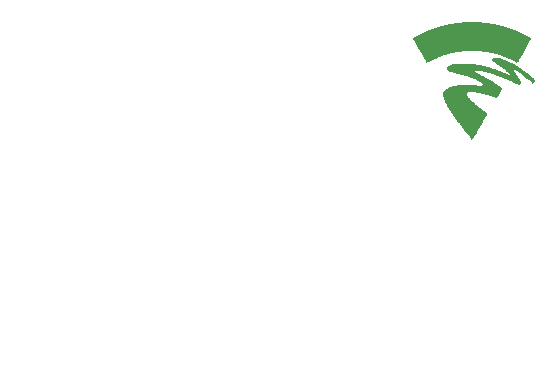
<source format=gbr>
G04 EAGLE Gerber RS-274X export*
G75*
%MOMM*%
%FSLAX34Y34*%
%LPD*%
%INSilkscreen Bottom*%
%IPPOS*%
%AMOC8*
5,1,8,0,0,1.08239X$1,22.5*%
G01*
%ADD10R,1.300000X0.100000*%
%ADD11R,3.700000X0.100000*%
%ADD12R,5.000000X0.100000*%
%ADD13R,6.100000X0.100000*%
%ADD14R,6.900000X0.100000*%
%ADD15R,7.700000X0.100000*%
%ADD16R,8.500000X0.100000*%
%ADD17R,9.100000X0.100000*%
%ADD18R,9.700000X0.100000*%
%ADD19R,10.300000X0.100000*%
%ADD20R,10.700000X0.100000*%
%ADD21R,11.300000X0.100000*%
%ADD22R,11.700000X0.100000*%
%ADD23R,12.200000X0.100000*%
%ADD24R,12.700000X0.100000*%
%ADD25R,13.100000X0.100000*%
%ADD26R,13.500000X0.100000*%
%ADD27R,13.900000X0.100000*%
%ADD28R,14.200000X0.100000*%
%ADD29R,14.500000X0.100000*%
%ADD30R,14.900000X0.100000*%
%ADD31R,15.300000X0.100000*%
%ADD32R,15.500000X0.100000*%
%ADD33R,15.900000X0.100000*%
%ADD34R,16.200000X0.100000*%
%ADD35R,16.500000X0.100000*%
%ADD36R,16.800000X0.100000*%
%ADD37R,17.100000X0.100000*%
%ADD38R,17.300000X0.100000*%
%ADD39R,17.700000X0.100000*%
%ADD40R,17.900000X0.100000*%
%ADD41R,18.100000X0.100000*%
%ADD42R,18.500000X0.100000*%
%ADD43R,18.700000X0.100000*%
%ADD44R,18.900000X0.100000*%
%ADD45R,19.100000X0.100000*%
%ADD46R,19.400000X0.100000*%
%ADD47R,19.700000X0.100000*%
%ADD48R,19.900000X0.100000*%
%ADD49R,20.100000X0.100000*%
%ADD50R,20.300000X0.100000*%
%ADD51R,20.500000X0.100000*%
%ADD52R,20.700000X0.100000*%
%ADD53R,20.900000X0.100000*%
%ADD54R,21.100000X0.100000*%
%ADD55R,21.300000X0.100000*%
%ADD56R,21.500000X0.100000*%
%ADD57R,21.700000X0.100000*%
%ADD58R,21.900000X0.100000*%
%ADD59R,22.100000X0.100000*%
%ADD60R,22.300000X0.100000*%
%ADD61R,22.400000X0.100000*%
%ADD62R,22.600000X0.100000*%
%ADD63R,22.700000X0.100000*%
%ADD64R,22.900000X0.100000*%
%ADD65R,23.100000X0.100000*%
%ADD66R,23.300000X0.100000*%
%ADD67R,23.400000X0.100000*%
%ADD68R,23.500000X0.100000*%
%ADD69R,23.700000X0.100000*%
%ADD70R,23.900000X0.100000*%
%ADD71R,24.000000X0.100000*%
%ADD72R,24.100000X0.100000*%
%ADD73R,24.300000X0.100000*%
%ADD74R,24.500000X0.100000*%
%ADD75R,24.700000X0.100000*%
%ADD76R,16.700000X0.100000*%
%ADD77R,0.100000X0.100000*%
%ADD78R,14.800000X0.100000*%
%ADD79R,13.400000X0.100000*%
%ADD80R,12.300000X0.100000*%
%ADD81R,11.200000X0.100000*%
%ADD82R,9.400000X0.100000*%
%ADD83R,8.600000X0.100000*%
%ADD84R,7.900000X0.100000*%
%ADD85R,3.400000X0.100000*%
%ADD86R,7.200000X0.100000*%
%ADD87R,8.300000X0.100000*%
%ADD88R,6.600000X0.100000*%
%ADD89R,11.400000X0.100000*%
%ADD90R,5.900000X0.100000*%
%ADD91R,13.700000X0.100000*%
%ADD92R,5.300000X0.100000*%
%ADD93R,15.600000X0.100000*%
%ADD94R,4.700000X0.100000*%
%ADD95R,3.100000X0.100000*%
%ADD96R,10.100000X0.100000*%
%ADD97R,4.200000X0.100000*%
%ADD98R,1.900000X0.100000*%
%ADD99R,9.000000X0.100000*%
%ADD100R,3.600000X0.100000*%
%ADD101R,1.400000X0.100000*%
%ADD102R,8.400000X0.100000*%
%ADD103R,1.100000X0.100000*%
%ADD104R,8.100000X0.100000*%
%ADD105R,2.500000X0.100000*%
%ADD106R,0.900000X0.100000*%
%ADD107R,7.600000X0.100000*%
%ADD108R,2.100000X0.100000*%
%ADD109R,0.700000X0.100000*%
%ADD110R,7.000000X0.100000*%
%ADD111R,1.600000X0.100000*%
%ADD112R,0.600000X0.100000*%
%ADD113R,6.300000X0.100000*%
%ADD114R,2.000000X0.100000*%
%ADD115R,5.500000X0.100000*%
%ADD116R,5.700000X0.100000*%
%ADD117R,0.500000X0.100000*%
%ADD118R,4.600000X0.100000*%
%ADD119R,5.100000X0.100000*%
%ADD120R,0.300000X0.100000*%
%ADD121R,0.800000X0.100000*%
%ADD122R,0.400000X0.100000*%
%ADD123R,2.400000X0.100000*%
%ADD124R,4.100000X0.100000*%
%ADD125R,5.600000X0.100000*%
%ADD126R,4.000000X0.100000*%
%ADD127R,3.800000X0.100000*%
%ADD128R,0.200000X0.100000*%
%ADD129R,3.200000X0.100000*%
%ADD130R,3.300000X0.100000*%
%ADD131R,2.700000X0.100000*%
%ADD132R,2.900000X0.100000*%
%ADD133R,1.000000X0.100000*%
%ADD134R,2.200000X0.100000*%
%ADD135R,2.300000X0.100000*%
%ADD136R,1.800000X0.100000*%
%ADD137R,1.700000X0.100000*%
%ADD138R,1.500000X0.100000*%
%ADD139R,1.200000X0.100000*%
%ADD140R,3.900000X0.100000*%
%ADD141R,4.900000X0.100000*%
%ADD142R,5.800000X0.100000*%
%ADD143R,6.400000X0.100000*%
%ADD144R,7.100000X0.100000*%
%ADD145R,8.800000X0.100000*%
%ADD146R,9.300000X0.100000*%
%ADD147R,9.500000X0.100000*%
%ADD148R,9.800000X0.100000*%
%ADD149R,10.000000X0.100000*%
%ADD150R,10.200000X0.100000*%
%ADD151R,10.500000X0.100000*%
%ADD152R,10.600000X0.100000*%
%ADD153R,10.800000X0.100000*%
%ADD154R,11.000000X0.100000*%
%ADD155R,3.000000X0.100000*%
%ADD156R,2.600000X0.100000*%
%ADD157R,11.600000X0.100000*%
%ADD158R,11.800000X0.100000*%
%ADD159R,11.900000X0.100000*%
%ADD160R,12.100000X0.100000*%
%ADD161R,12.400000X0.100000*%
%ADD162R,12.600000X0.100000*%
%ADD163R,12.900000X0.100000*%
%ADD164R,13.300000X0.100000*%
%ADD165R,13.800000X0.100000*%
%ADD166R,14.100000X0.100000*%
%ADD167R,14.300000X0.100000*%
%ADD168R,14.600000X0.100000*%
%ADD169R,14.700000X0.100000*%
%ADD170R,15.000000X0.100000*%
%ADD171R,15.100000X0.100000*%
%ADD172R,15.200000X0.100000*%
%ADD173R,15.400000X0.100000*%
%ADD174R,15.700000X0.100000*%
%ADD175R,15.800000X0.100000*%
%ADD176R,16.000000X0.100000*%
%ADD177R,16.100000X0.100000*%
%ADD178R,16.300000X0.100000*%
%ADD179R,16.400000X0.100000*%
%ADD180R,16.600000X0.100000*%
%ADD181R,16.900000X0.100000*%
%ADD182R,17.000000X0.100000*%
%ADD183R,17.200000X0.100000*%
%ADD184R,17.400000X0.100000*%
%ADD185R,17.500000X0.100000*%
%ADD186R,17.600000X0.100000*%
%ADD187R,17.800000X0.100000*%
%ADD188R,18.000000X0.100000*%
%ADD189R,18.200000X0.100000*%
%ADD190R,18.300000X0.100000*%
%ADD191R,18.400000X0.100000*%
%ADD192R,18.600000X0.100000*%
%ADD193R,18.800000X0.100000*%
%ADD194R,19.000000X0.100000*%
%ADD195R,19.200000X0.100000*%
%ADD196R,19.300000X0.100000*%
%ADD197R,19.500000X0.100000*%
%ADD198R,19.600000X0.100000*%
%ADD199R,19.800000X0.100000*%
%ADD200R,20.000000X0.100000*%
%ADD201R,3.500000X0.100000*%
%ADD202R,0.030000X0.010000*%
%ADD203R,0.040000X0.010000*%
%ADD204R,0.060000X0.010000*%
%ADD205R,0.080000X0.010000*%
%ADD206R,0.090000X0.010000*%
%ADD207R,0.110000X0.010000*%
%ADD208R,0.120000X0.010000*%
%ADD209R,0.140000X0.010000*%
%ADD210R,0.160000X0.010000*%
%ADD211R,0.170000X0.010000*%
%ADD212R,0.190000X0.010000*%
%ADD213R,0.210000X0.010000*%
%ADD214R,0.220000X0.010000*%
%ADD215R,0.240000X0.010000*%
%ADD216R,0.250000X0.010000*%
%ADD217R,0.260000X0.010000*%
%ADD218R,0.270000X0.010000*%
%ADD219R,0.290000X0.010000*%
%ADD220R,0.310000X0.010000*%
%ADD221R,0.320000X0.010000*%
%ADD222R,0.340000X0.010000*%
%ADD223R,0.350000X0.010000*%
%ADD224R,0.370000X0.010000*%
%ADD225R,0.380000X0.010000*%
%ADD226R,0.390000X0.010000*%
%ADD227R,0.410000X0.010000*%
%ADD228R,0.420000X0.010000*%
%ADD229R,0.440000X0.010000*%
%ADD230R,0.460000X0.010000*%
%ADD231R,0.470000X0.010000*%
%ADD232R,0.480000X0.010000*%
%ADD233R,0.490000X0.010000*%
%ADD234R,0.510000X0.010000*%
%ADD235R,0.530000X0.010000*%
%ADD236R,0.540000X0.010000*%
%ADD237R,0.560000X0.010000*%
%ADD238R,0.580000X0.010000*%
%ADD239R,0.590000X0.010000*%
%ADD240R,0.610000X0.010000*%
%ADD241R,0.630000X0.010000*%
%ADD242R,0.640000X0.010000*%
%ADD243R,0.650000X0.010000*%
%ADD244R,0.660000X0.010000*%
%ADD245R,0.680000X0.010000*%
%ADD246R,0.700000X0.010000*%
%ADD247R,0.710000X0.010000*%
%ADD248R,0.720000X0.010000*%
%ADD249R,0.730000X0.010000*%
%ADD250R,0.750000X0.010000*%
%ADD251R,0.760000X0.010000*%
%ADD252R,0.780000X0.010000*%
%ADD253R,0.800000X0.010000*%
%ADD254R,0.820000X0.010000*%
%ADD255R,0.830000X0.010000*%
%ADD256R,0.850000X0.010000*%
%ADD257R,0.870000X0.010000*%
%ADD258R,0.890000X0.010000*%
%ADD259R,0.900000X0.010000*%
%ADD260R,0.920000X0.010000*%
%ADD261R,0.940000X0.010000*%
%ADD262R,0.960000X0.010000*%
%ADD263R,0.970000X0.010000*%
%ADD264R,0.990000X0.010000*%
%ADD265R,1.000000X0.010000*%
%ADD266R,1.010000X0.010000*%
%ADD267R,1.030000X0.010000*%
%ADD268R,1.040000X0.010000*%
%ADD269R,1.060000X0.010000*%
%ADD270R,1.080000X0.010000*%
%ADD271R,1.100000X0.010000*%
%ADD272R,1.110000X0.010000*%
%ADD273R,1.130000X0.010000*%
%ADD274R,1.150000X0.010000*%
%ADD275R,1.160000X0.010000*%
%ADD276R,1.180000X0.010000*%
%ADD277R,1.200000X0.010000*%
%ADD278R,1.220000X0.010000*%
%ADD279R,1.230000X0.010000*%
%ADD280R,1.250000X0.010000*%
%ADD281R,1.260000X0.010000*%
%ADD282R,1.270000X0.010000*%
%ADD283R,1.290000X0.010000*%
%ADD284R,1.300000X0.010000*%
%ADD285R,1.320000X0.010000*%
%ADD286R,1.330000X0.010000*%
%ADD287R,1.340000X0.010000*%
%ADD288R,1.360000X0.010000*%
%ADD289R,1.370000X0.010000*%
%ADD290R,1.380000X0.010000*%
%ADD291R,1.390000X0.010000*%
%ADD292R,1.410000X0.010000*%
%ADD293R,1.430000X0.010000*%
%ADD294R,1.440000X0.010000*%
%ADD295R,1.450000X0.010000*%
%ADD296R,1.460000X0.010000*%
%ADD297R,1.480000X0.010000*%
%ADD298R,1.500000X0.010000*%
%ADD299R,1.520000X0.010000*%
%ADD300R,1.530000X0.010000*%
%ADD301R,1.550000X0.010000*%
%ADD302R,1.570000X0.010000*%
%ADD303R,1.590000X0.010000*%
%ADD304R,1.600000X0.010000*%
%ADD305R,1.620000X0.010000*%
%ADD306R,1.640000X0.010000*%
%ADD307R,1.660000X0.010000*%
%ADD308R,1.670000X0.010000*%
%ADD309R,1.680000X0.010000*%
%ADD310R,1.690000X0.010000*%
%ADD311R,1.710000X0.010000*%
%ADD312R,1.720000X0.010000*%
%ADD313R,1.730000X0.010000*%
%ADD314R,1.750000X0.010000*%
%ADD315R,1.760000X0.010000*%
%ADD316R,1.780000X0.010000*%
%ADD317R,1.800000X0.010000*%
%ADD318R,1.810000X0.010000*%
%ADD319R,1.830000X0.010000*%
%ADD320R,1.840000X0.010000*%
%ADD321R,1.850000X0.010000*%
%ADD322R,1.870000X0.010000*%
%ADD323R,1.880000X0.010000*%
%ADD324R,1.890000X0.010000*%
%ADD325R,1.910000X0.010000*%
%ADD326R,1.920000X0.010000*%
%ADD327R,1.940000X0.010000*%
%ADD328R,1.960000X0.010000*%
%ADD329R,1.970000X0.010000*%
%ADD330R,1.990000X0.010000*%
%ADD331R,2.000000X0.010000*%
%ADD332R,2.010000X0.010000*%
%ADD333R,2.030000X0.010000*%
%ADD334R,2.040000X0.010000*%
%ADD335R,2.050000X0.010000*%
%ADD336R,2.070000X0.010000*%
%ADD337R,2.080000X0.010000*%
%ADD338R,2.100000X0.010000*%
%ADD339R,2.120000X0.010000*%
%ADD340R,2.130000X0.010000*%
%ADD341R,2.150000X0.010000*%
%ADD342R,2.160000X0.010000*%
%ADD343R,2.170000X0.010000*%
%ADD344R,2.190000X0.010000*%
%ADD345R,2.200000X0.010000*%
%ADD346R,2.210000X0.010000*%
%ADD347R,2.230000X0.010000*%
%ADD348R,2.240000X0.010000*%
%ADD349R,2.250000X0.010000*%
%ADD350R,2.260000X0.010000*%
%ADD351R,2.280000X0.010000*%
%ADD352R,2.290000X0.010000*%
%ADD353R,2.300000X0.010000*%
%ADD354R,2.320000X0.010000*%
%ADD355R,2.330000X0.010000*%
%ADD356R,2.350000X0.010000*%
%ADD357R,2.370000X0.010000*%
%ADD358R,2.390000X0.010000*%
%ADD359R,2.410000X0.010000*%
%ADD360R,2.420000X0.010000*%
%ADD361R,2.440000X0.010000*%
%ADD362R,2.460000X0.010000*%
%ADD363R,2.480000X0.010000*%
%ADD364R,2.490000X0.010000*%
%ADD365R,2.500000X0.010000*%
%ADD366R,2.510000X0.010000*%
%ADD367R,2.530000X0.010000*%
%ADD368R,2.550000X0.010000*%
%ADD369R,2.570000X0.010000*%
%ADD370R,2.580000X0.010000*%
%ADD371R,2.590000X0.010000*%
%ADD372R,2.600000X0.010000*%
%ADD373R,2.620000X0.010000*%
%ADD374R,2.640000X0.010000*%
%ADD375R,2.660000X0.010000*%
%ADD376R,2.670000X0.010000*%
%ADD377R,2.680000X0.010000*%
%ADD378R,2.690000X0.010000*%
%ADD379R,2.710000X0.010000*%
%ADD380R,2.720000X0.010000*%
%ADD381R,2.730000X0.010000*%
%ADD382R,2.750000X0.010000*%
%ADD383R,2.770000X0.010000*%
%ADD384R,2.780000X0.010000*%
%ADD385R,2.790000X0.010000*%
%ADD386R,2.810000X0.010000*%
%ADD387R,2.820000X0.010000*%
%ADD388R,2.840000X0.010000*%
%ADD389R,2.860000X0.010000*%
%ADD390R,2.870000X0.010000*%
%ADD391R,2.880000X0.010000*%
%ADD392R,2.890000X0.010000*%
%ADD393R,2.900000X0.010000*%
%ADD394R,2.850000X0.010000*%
%ADD395R,2.830000X0.010000*%
%ADD396R,2.800000X0.010000*%
%ADD397R,2.700000X0.010000*%
%ADD398R,2.630000X0.010000*%
%ADD399R,2.610000X0.010000*%
%ADD400R,2.560000X0.010000*%
%ADD401R,2.540000X0.010000*%
%ADD402R,2.520000X0.010000*%
%ADD403R,2.470000X0.010000*%
%ADD404R,2.450000X0.010000*%
%ADD405R,2.430000X0.010000*%
%ADD406R,2.400000X0.010000*%
%ADD407R,2.380000X0.010000*%
%ADD408R,2.360000X0.010000*%
%ADD409R,2.310000X0.010000*%
%ADD410R,2.270000X0.010000*%
%ADD411R,2.220000X0.010000*%
%ADD412R,2.180000X0.010000*%
%ADD413R,2.140000X0.010000*%
%ADD414R,2.110000X0.010000*%
%ADD415R,2.090000X0.010000*%
%ADD416R,0.010000X0.010000*%
%ADD417R,2.060000X0.010000*%
%ADD418R,0.150000X0.010000*%
%ADD419R,0.200000X0.010000*%
%ADD420R,0.230000X0.010000*%
%ADD421R,2.020000X0.010000*%
%ADD422R,0.400000X0.010000*%
%ADD423R,0.500000X0.010000*%
%ADD424R,1.980000X0.010000*%
%ADD425R,0.570000X0.010000*%
%ADD426R,0.790000X0.010000*%
%ADD427R,1.950000X0.010000*%
%ADD428R,0.910000X0.010000*%
%ADD429R,0.950000X0.010000*%
%ADD430R,1.070000X0.010000*%
%ADD431R,1.120000X0.010000*%
%ADD432R,1.170000X0.010000*%
%ADD433R,1.210000X0.010000*%
%ADD434R,1.310000X0.010000*%
%ADD435R,1.510000X0.010000*%
%ADD436R,1.560000X0.010000*%
%ADD437R,1.740000X0.010000*%
%ADD438R,1.860000X0.010000*%
%ADD439R,1.930000X0.010000*%
%ADD440R,4.760000X0.010000*%
%ADD441R,4.750000X0.010000*%
%ADD442R,4.740000X0.010000*%
%ADD443R,4.730000X0.010000*%
%ADD444R,4.720000X0.010000*%
%ADD445R,4.710000X0.010000*%
%ADD446R,4.700000X0.010000*%
%ADD447R,4.680000X0.010000*%
%ADD448R,4.670000X0.010000*%
%ADD449R,4.660000X0.010000*%
%ADD450R,4.650000X0.010000*%
%ADD451R,4.630000X0.010000*%
%ADD452R,4.620000X0.010000*%
%ADD453R,4.600000X0.010000*%
%ADD454R,4.570000X0.010000*%
%ADD455R,4.550000X0.010000*%
%ADD456R,4.520000X0.010000*%
%ADD457R,4.490000X0.010000*%
%ADD458R,4.450000X0.010000*%
%ADD459R,4.420000X0.010000*%
%ADD460R,4.380000X0.010000*%
%ADD461R,4.340000X0.010000*%
%ADD462R,4.310000X0.010000*%
%ADD463R,4.270000X0.010000*%
%ADD464R,4.220000X0.010000*%
%ADD465R,4.180000X0.010000*%
%ADD466R,4.140000X0.010000*%
%ADD467R,4.100000X0.010000*%
%ADD468R,4.050000X0.010000*%
%ADD469R,4.000000X0.010000*%
%ADD470R,3.960000X0.010000*%
%ADD471R,3.890000X0.010000*%
%ADD472R,3.840000X0.010000*%
%ADD473R,3.780000X0.010000*%
%ADD474R,3.720000X0.010000*%
%ADD475R,3.650000X0.010000*%
%ADD476R,1.540000X0.010000*%
%ADD477R,1.240000X0.010000*%
%ADD478R,1.050000X0.010000*%
%ADD479R,1.140000X0.010000*%
%ADD480R,1.090000X0.010000*%
%ADD481R,1.020000X0.010000*%
%ADD482R,0.430000X0.010000*%
%ADD483R,0.450000X0.010000*%
%ADD484R,0.070000X0.010000*%
%ADD485R,0.980000X0.010000*%
%ADD486R,0.520000X0.010000*%
%ADD487R,0.130000X0.010000*%
%ADD488R,0.550000X0.010000*%
%ADD489R,0.180000X0.010000*%
%ADD490R,0.620000X0.010000*%
%ADD491R,0.280000X0.010000*%
%ADD492R,0.930000X0.010000*%
%ADD493R,0.670000X0.010000*%
%ADD494R,0.330000X0.010000*%
%ADD495R,0.690000X0.010000*%
%ADD496R,0.360000X0.010000*%
%ADD497R,0.740000X0.010000*%
%ADD498R,0.810000X0.010000*%
%ADD499R,0.840000X0.010000*%
%ADD500R,0.880000X0.010000*%
%ADD501R,1.400000X0.010000*%
%ADD502R,1.190000X0.010000*%
%ADD503R,1.470000X0.010000*%
%ADD504R,1.490000X0.010000*%
%ADD505R,1.280000X0.010000*%
%ADD506R,1.350000X0.010000*%
%ADD507R,1.580000X0.010000*%
%ADD508R,1.610000X0.010000*%
%ADD509R,1.630000X0.010000*%
%ADD510R,1.650000X0.010000*%
%ADD511R,1.700000X0.010000*%
%ADD512R,1.790000X0.010000*%
%ADD513R,1.820000X0.010000*%
%ADD514R,1.900000X0.010000*%
%ADD515R,0.600000X0.010000*%
%ADD516R,4.040000X0.010000*%
%ADD517R,4.020000X0.010000*%
%ADD518R,3.990000X0.010000*%
%ADD519R,3.940000X0.010000*%
%ADD520R,3.920000X0.010000*%
%ADD521R,3.870000X0.010000*%
%ADD522R,3.810000X0.010000*%
%ADD523R,3.790000X0.010000*%
%ADD524R,3.760000X0.010000*%
%ADD525R,3.730000X0.010000*%
%ADD526R,3.700000X0.010000*%
%ADD527R,3.670000X0.010000*%
%ADD528R,3.640000X0.010000*%
%ADD529R,3.590000X0.010000*%
%ADD530R,3.560000X0.010000*%
%ADD531R,3.530000X0.010000*%
%ADD532R,3.480000X0.010000*%
%ADD533R,3.450000X0.010000*%
%ADD534R,3.410000X0.010000*%
%ADD535R,3.360000X0.010000*%
%ADD536R,3.320000X0.010000*%
%ADD537R,3.280000X0.010000*%
%ADD538R,3.230000X0.010000*%
%ADD539R,3.190000X0.010000*%
%ADD540R,3.140000X0.010000*%
%ADD541R,3.090000X0.010000*%
%ADD542R,3.040000X0.010000*%
%ADD543R,2.990000X0.010000*%
%ADD544R,2.930000X0.010000*%
%ADD545R,2.760000X0.010000*%
%ADD546R,0.050000X0.010000*%
%ADD547R,0.770000X0.010000*%
%ADD548R,1.770000X0.010000*%
%ADD549R,2.910000X0.010000*%
%ADD550R,2.920000X0.010000*%
%ADD551R,2.970000X0.010000*%
%ADD552R,3.100000X0.010000*%
%ADD553R,3.120000X0.010000*%
%ADD554R,3.170000X0.010000*%
%ADD555R,3.180000X0.010000*%
%ADD556R,3.240000X0.010000*%
%ADD557R,3.260000X0.010000*%
%ADD558R,3.330000X0.010000*%
%ADD559R,3.390000X0.010000*%
%ADD560R,3.420000X0.010000*%
%ADD561R,3.490000X0.010000*%
%ADD562R,3.520000X0.010000*%
%ADD563R,3.620000X0.010000*%
%ADD564R,3.740000X0.010000*%
%ADD565R,3.880000X0.010000*%
%ADD566R,4.080000X0.010000*%
%ADD567R,8.820000X0.010000*%
%ADD568R,8.830000X0.010000*%
%ADD569R,8.840000X0.010000*%
%ADD570R,8.850000X0.010000*%
%ADD571R,8.860000X0.010000*%
%ADD572R,8.870000X0.010000*%
%ADD573R,8.880000X0.010000*%
%ADD574R,8.900000X0.010000*%
%ADD575R,8.910000X0.010000*%
%ADD576R,8.920000X0.010000*%
%ADD577R,8.930000X0.010000*%
%ADD578R,8.940000X0.010000*%
%ADD579R,8.960000X0.010000*%
%ADD580R,8.980000X0.010000*%
%ADD581R,8.990000X0.010000*%
%ADD582R,9.000000X0.010000*%
%ADD583R,9.010000X0.010000*%
%ADD584R,9.020000X0.010000*%
%ADD585R,9.040000X0.010000*%
%ADD586R,9.060000X0.010000*%
%ADD587R,9.070000X0.010000*%
%ADD588R,9.080000X0.010000*%
%ADD589R,9.090000X0.010000*%
%ADD590R,9.100000X0.010000*%
%ADD591R,9.120000X0.010000*%
%ADD592R,9.140000X0.010000*%
%ADD593R,9.150000X0.010000*%
%ADD594R,9.160000X0.010000*%
%ADD595R,9.170000X0.010000*%
%ADD596R,9.180000X0.010000*%
%ADD597R,9.200000X0.010000*%
%ADD598R,9.220000X0.010000*%
%ADD599R,9.230000X0.010000*%
%ADD600R,9.240000X0.010000*%
%ADD601R,9.250000X0.010000*%
%ADD602R,9.260000X0.010000*%
%ADD603R,9.280000X0.010000*%
%ADD604R,9.300000X0.010000*%
%ADD605R,9.310000X0.010000*%
%ADD606R,9.320000X0.010000*%
%ADD607R,9.340000X0.010000*%
%ADD608R,9.360000X0.010000*%
%ADD609R,9.380000X0.010000*%
%ADD610R,9.400000X0.010000*%
%ADD611R,9.420000X0.010000*%
%ADD612R,9.440000X0.010000*%
%ADD613R,9.460000X0.010000*%
%ADD614R,9.480000X0.010000*%
%ADD615R,9.500000X0.010000*%
%ADD616R,9.520000X0.010000*%
%ADD617R,9.540000X0.010000*%
%ADD618R,9.560000X0.010000*%
%ADD619R,9.580000X0.010000*%
%ADD620R,9.600000X0.010000*%
%ADD621R,9.620000X0.010000*%
%ADD622R,9.640000X0.010000*%
%ADD623R,9.650000X0.010000*%
%ADD624R,9.660000X0.010000*%
%ADD625R,9.680000X0.010000*%
%ADD626R,9.700000X0.010000*%
%ADD627R,9.720000X0.010000*%
%ADD628R,9.730000X0.010000*%
%ADD629R,9.740000X0.010000*%
%ADD630R,9.750000X0.010000*%
%ADD631R,9.760000X0.010000*%
%ADD632R,9.780000X0.010000*%
%ADD633R,9.800000X0.010000*%
%ADD634R,9.810000X0.010000*%
%ADD635R,9.820000X0.010000*%
%ADD636R,9.830000X0.010000*%
%ADD637R,9.840000X0.010000*%
%ADD638R,9.850000X0.010000*%
%ADD639R,9.860000X0.010000*%
%ADD640R,9.870000X0.010000*%
%ADD641R,9.880000X0.010000*%
%ADD642R,9.900000X0.010000*%
%ADD643R,9.910000X0.010000*%
%ADD644R,9.920000X0.010000*%
%ADD645R,9.930000X0.010000*%
%ADD646R,9.940000X0.010000*%
%ADD647R,9.950000X0.010000*%
%ADD648R,9.690000X0.010000*%
%ADD649R,9.590000X0.010000*%
%ADD650R,9.550000X0.010000*%
%ADD651R,9.510000X0.010000*%
%ADD652R,9.370000X0.010000*%
%ADD653R,9.030000X0.010000*%
%ADD654R,8.950000X0.010000*%
%ADD655R,8.790000X0.010000*%
%ADD656R,8.750000X0.010000*%
%ADD657R,8.710000X0.010000*%
%ADD658R,8.670000X0.010000*%
%ADD659R,8.630000X0.010000*%
%ADD660R,8.590000X0.010000*%
%ADD661R,8.540000X0.010000*%
%ADD662R,8.500000X0.010000*%
%ADD663R,8.460000X0.010000*%
%ADD664R,8.420000X0.010000*%
%ADD665R,8.380000X0.010000*%
%ADD666R,8.330000X0.010000*%
%ADD667R,8.290000X0.010000*%
%ADD668R,8.250000X0.010000*%
%ADD669R,8.200000X0.010000*%
%ADD670R,8.160000X0.010000*%
%ADD671R,8.120000X0.010000*%
%ADD672R,8.060000X0.010000*%
%ADD673R,8.020000X0.010000*%
%ADD674R,7.980000X0.010000*%
%ADD675R,7.940000X0.010000*%
%ADD676R,7.880000X0.010000*%
%ADD677R,7.840000X0.010000*%
%ADD678R,7.800000X0.010000*%
%ADD679R,7.740000X0.010000*%
%ADD680R,7.700000X0.010000*%
%ADD681R,7.640000X0.010000*%
%ADD682R,7.600000X0.010000*%
%ADD683R,7.550000X0.010000*%
%ADD684R,7.500000X0.010000*%
%ADD685R,7.450000X0.010000*%
%ADD686R,7.400000X0.010000*%
%ADD687R,7.350000X0.010000*%
%ADD688R,7.290000X0.010000*%
%ADD689R,7.240000X0.010000*%
%ADD690R,7.190000X0.010000*%
%ADD691R,7.140000X0.010000*%
%ADD692R,7.090000X0.010000*%
%ADD693R,7.030000X0.010000*%
%ADD694R,6.970000X0.010000*%
%ADD695R,6.930000X0.010000*%
%ADD696R,6.870000X0.010000*%
%ADD697R,6.810000X0.010000*%
%ADD698R,6.750000X0.010000*%
%ADD699R,6.700000X0.010000*%
%ADD700R,6.640000X0.010000*%
%ADD701R,6.590000X0.010000*%
%ADD702R,6.530000X0.010000*%
%ADD703R,6.470000X0.010000*%
%ADD704R,6.410000X0.010000*%
%ADD705R,6.350000X0.010000*%
%ADD706R,6.290000X0.010000*%
%ADD707R,6.240000X0.010000*%
%ADD708R,6.170000X0.010000*%
%ADD709R,6.110000X0.010000*%
%ADD710R,6.050000X0.010000*%
%ADD711R,5.990000X0.010000*%
%ADD712R,5.930000X0.010000*%
%ADD713R,5.860000X0.010000*%
%ADD714R,5.800000X0.010000*%
%ADD715R,5.730000X0.010000*%
%ADD716R,5.670000X0.010000*%
%ADD717R,5.590000X0.010000*%
%ADD718R,5.530000X0.010000*%
%ADD719R,5.460000X0.010000*%
%ADD720R,5.400000X0.010000*%
%ADD721R,5.320000X0.010000*%
%ADD722R,5.260000X0.010000*%
%ADD723R,5.180000X0.010000*%
%ADD724R,5.110000X0.010000*%
%ADD725R,5.040000X0.010000*%
%ADD726R,4.960000X0.010000*%
%ADD727R,4.890000X0.010000*%
%ADD728R,4.810000X0.010000*%
%ADD729R,4.640000X0.010000*%
%ADD730R,4.560000X0.010000*%
%ADD731R,4.470000X0.010000*%
%ADD732R,4.390000X0.010000*%
%ADD733R,4.290000X0.010000*%
%ADD734R,4.210000X0.010000*%
%ADD735R,4.110000X0.010000*%
%ADD736R,4.010000X0.010000*%
%ADD737R,3.910000X0.010000*%
%ADD738R,3.600000X0.010000*%
%ADD739R,3.250000X0.010000*%


D10*
X367000Y120000D03*
D11*
X367000Y121000D03*
D12*
X366500Y122000D03*
D13*
X367000Y123000D03*
D14*
X367000Y124000D03*
D15*
X367000Y125000D03*
D16*
X367000Y126000D03*
D17*
X367000Y127000D03*
D18*
X367000Y128000D03*
D19*
X367000Y129000D03*
D20*
X367000Y130000D03*
D21*
X367000Y131000D03*
D22*
X367000Y132000D03*
D23*
X366500Y133000D03*
D24*
X367000Y134000D03*
D25*
X367000Y135000D03*
D26*
X367000Y136000D03*
D27*
X367000Y137000D03*
D28*
X366500Y138000D03*
D29*
X367000Y139000D03*
D30*
X367000Y140000D03*
D31*
X367000Y141000D03*
D32*
X367000Y142000D03*
D33*
X367000Y143000D03*
D34*
X366500Y144000D03*
D35*
X367000Y145000D03*
D36*
X366500Y146000D03*
D37*
X367000Y147000D03*
D38*
X367000Y148000D03*
D39*
X367000Y149000D03*
D40*
X367000Y150000D03*
D41*
X367000Y151000D03*
D42*
X367000Y152000D03*
D43*
X367000Y153000D03*
D44*
X367000Y154000D03*
D45*
X367000Y155000D03*
D46*
X366500Y156000D03*
D47*
X367000Y157000D03*
D48*
X367000Y158000D03*
D49*
X367000Y159000D03*
D50*
X367000Y160000D03*
D51*
X367000Y161000D03*
D52*
X367000Y162000D03*
D53*
X367000Y163000D03*
D54*
X367000Y164000D03*
D55*
X367000Y165000D03*
D56*
X367000Y166000D03*
D57*
X367000Y167000D03*
D58*
X367000Y168000D03*
D59*
X367000Y169000D03*
D60*
X367000Y170000D03*
D61*
X366500Y171000D03*
D62*
X366500Y172000D03*
D63*
X367000Y173000D03*
D64*
X367000Y174000D03*
D65*
X367000Y175000D03*
D66*
X367000Y176000D03*
D67*
X366500Y177000D03*
D68*
X367000Y178000D03*
D69*
X367000Y179000D03*
D70*
X367000Y180000D03*
D71*
X366500Y181000D03*
D72*
X367000Y182000D03*
D73*
X367000Y183000D03*
D74*
X367000Y184000D03*
X367000Y185000D03*
D75*
X367000Y186000D03*
D76*
X408000Y187000D03*
D77*
X243000Y187000D03*
D78*
X417500Y188000D03*
D79*
X425500Y189000D03*
D80*
X432000Y190000D03*
D81*
X437500Y191000D03*
D19*
X443000Y192000D03*
D82*
X447500Y193000D03*
D83*
X452500Y194000D03*
D84*
X457000Y195000D03*
D85*
X343500Y195000D03*
D86*
X460500Y196000D03*
D87*
X344000Y196000D03*
D88*
X464500Y197000D03*
D89*
X344500Y197000D03*
D90*
X468000Y198000D03*
D91*
X345000Y198000D03*
D92*
X472000Y199000D03*
D93*
X345500Y199000D03*
D94*
X475000Y200000D03*
D95*
X417000Y200000D03*
D96*
X309000Y200000D03*
D97*
X478500Y201000D03*
D98*
X431000Y201000D03*
D99*
X295500Y201000D03*
D100*
X481500Y202000D03*
D101*
X441500Y202000D03*
D102*
X286500Y202000D03*
D95*
X485000Y203000D03*
D103*
X450000Y203000D03*
D104*
X278000Y203000D03*
D105*
X488000Y204000D03*
D106*
X458000Y204000D03*
D107*
X271500Y204000D03*
D108*
X491000Y205000D03*
D109*
X465000Y205000D03*
D90*
X406000Y205000D03*
D110*
X267500Y205000D03*
D111*
X493500Y206000D03*
D112*
X471500Y206000D03*
D83*
X405500Y206000D03*
D113*
X264000Y206000D03*
D103*
X497000Y207000D03*
D112*
X477500Y207000D03*
D114*
X448500Y207000D03*
D115*
X380000Y207000D03*
D116*
X260000Y207000D03*
D112*
X499500Y208000D03*
D117*
X483000Y208000D03*
D103*
X461000Y208000D03*
D118*
X367500Y208000D03*
D119*
X257000Y208000D03*
D120*
X502000Y209000D03*
D117*
X489000Y209000D03*
D121*
X469500Y209000D03*
D97*
X358500Y209000D03*
D94*
X254000Y209000D03*
D122*
X494500Y210000D03*
D109*
X477000Y210000D03*
D123*
X435500Y210000D03*
D124*
X351000Y210000D03*
D97*
X251500Y210000D03*
D122*
X499500Y211000D03*
D117*
X484000Y211000D03*
D125*
X435500Y211000D03*
D126*
X344500Y211000D03*
D127*
X248500Y211000D03*
D128*
X503500Y212000D03*
D117*
X490000Y212000D03*
D10*
X467000Y212000D03*
D129*
X413500Y212000D03*
D127*
X338500Y212000D03*
D130*
X246000Y212000D03*
D122*
X495500Y213000D03*
D121*
X477500Y213000D03*
D131*
X403000Y213000D03*
D127*
X332500Y213000D03*
D132*
X244000Y213000D03*
D122*
X500500Y214000D03*
D112*
X484500Y214000D03*
D105*
X395000Y214000D03*
D11*
X328000Y214000D03*
D105*
X241000Y214000D03*
D128*
X504500Y215000D03*
D117*
X491000Y215000D03*
D126*
X452500Y215000D03*
D123*
X388500Y215000D03*
D11*
X323000Y215000D03*
D108*
X239000Y215000D03*
D122*
X496500Y216000D03*
D133*
X477500Y216000D03*
D134*
X433500Y216000D03*
D135*
X383000Y216000D03*
D11*
X318000Y216000D03*
D136*
X236500Y216000D03*
D122*
X501500Y217000D03*
D109*
X486000Y217000D03*
D136*
X424500Y217000D03*
D135*
X378000Y217000D03*
D11*
X314000Y217000D03*
D101*
X234500Y217000D03*
D128*
X505500Y218000D03*
D122*
X492500Y218000D03*
D137*
X463000Y218000D03*
D111*
X417500Y218000D03*
D135*
X373000Y218000D03*
D100*
X309500Y218000D03*
D133*
X232500Y218000D03*
D122*
X497500Y219000D03*
D138*
X476000Y219000D03*
D135*
X454000Y219000D03*
D111*
X411500Y219000D03*
D135*
X368000Y219000D03*
D100*
X305500Y219000D03*
D109*
X230000Y219000D03*
D122*
X502500Y220000D03*
D112*
X487500Y220000D03*
D101*
X441500Y220000D03*
D111*
X406500Y220000D03*
D135*
X364000Y220000D03*
D11*
X302000Y220000D03*
D122*
X228500Y220000D03*
D128*
X506500Y221000D03*
D117*
X494000Y221000D03*
D139*
X434500Y221000D03*
D138*
X402000Y221000D03*
D135*
X360000Y221000D03*
D100*
X298500Y221000D03*
D122*
X499500Y222000D03*
D95*
X470000Y222000D03*
D139*
X429500Y222000D03*
D138*
X398000Y222000D03*
D134*
X356500Y222000D03*
D100*
X294500Y222000D03*
D122*
X503500Y223000D03*
D112*
X489500Y223000D03*
D103*
X452000Y223000D03*
D139*
X424500Y223000D03*
D138*
X394000Y223000D03*
D134*
X352500Y223000D03*
D100*
X291500Y223000D03*
D120*
X507000Y224000D03*
D122*
X495500Y224000D03*
D106*
X446000Y224000D03*
D103*
X420000Y224000D03*
D138*
X390000Y224000D03*
D135*
X349000Y224000D03*
D100*
X287500Y224000D03*
D120*
X500000Y225000D03*
D131*
X474000Y225000D03*
D106*
X441000Y225000D03*
D103*
X416000Y225000D03*
D138*
X386000Y225000D03*
D134*
X345500Y225000D03*
D100*
X284500Y225000D03*
D120*
X504000Y226000D03*
D140*
X474000Y226000D03*
D121*
X436500Y226000D03*
D103*
X413000Y226000D03*
D138*
X383000Y226000D03*
D134*
X342500Y226000D03*
D100*
X281500Y226000D03*
D128*
X507500Y227000D03*
D141*
X474000Y227000D03*
D121*
X432500Y227000D03*
D103*
X409000Y227000D03*
D138*
X380000Y227000D03*
D134*
X339500Y227000D03*
D100*
X278500Y227000D03*
D142*
X473500Y228000D03*
D121*
X428500Y228000D03*
D103*
X406000Y228000D03*
D138*
X377000Y228000D03*
D134*
X336500Y228000D03*
D100*
X275500Y228000D03*
D143*
X473500Y229000D03*
D121*
X425500Y229000D03*
D103*
X403000Y229000D03*
D138*
X374000Y229000D03*
D134*
X333500Y229000D03*
D100*
X272500Y229000D03*
D144*
X473000Y230000D03*
D121*
X422500Y230000D03*
D103*
X400000Y230000D03*
D138*
X371000Y230000D03*
D134*
X330500Y230000D03*
D100*
X269500Y230000D03*
D107*
X472500Y231000D03*
D121*
X419500Y231000D03*
D103*
X397000Y231000D03*
D138*
X368000Y231000D03*
D134*
X327500Y231000D03*
D100*
X266500Y231000D03*
D84*
X471000Y232000D03*
D121*
X416500Y232000D03*
D103*
X395000Y232000D03*
D111*
X365500Y232000D03*
D135*
X325000Y232000D03*
D100*
X263500Y232000D03*
D87*
X470000Y233000D03*
D121*
X414500Y233000D03*
D103*
X392000Y233000D03*
D138*
X363000Y233000D03*
D135*
X322000Y233000D03*
D11*
X261000Y233000D03*
D16*
X469000Y234000D03*
D121*
X411500Y234000D03*
D133*
X389500Y234000D03*
D138*
X360000Y234000D03*
D134*
X319500Y234000D03*
D100*
X258500Y234000D03*
D145*
X467500Y235000D03*
D121*
X409500Y235000D03*
D103*
X387000Y235000D03*
D138*
X358000Y235000D03*
D135*
X317000Y235000D03*
D100*
X255500Y235000D03*
D99*
X466500Y236000D03*
D121*
X407500Y236000D03*
D103*
X385000Y236000D03*
D111*
X355500Y236000D03*
D134*
X314500Y236000D03*
D11*
X253000Y236000D03*
D146*
X466000Y237000D03*
D121*
X404500Y237000D03*
D103*
X382000Y237000D03*
D138*
X353000Y237000D03*
D135*
X312000Y237000D03*
D100*
X250500Y237000D03*
D147*
X465000Y238000D03*
D121*
X402500Y238000D03*
D103*
X380000Y238000D03*
D111*
X350500Y238000D03*
D135*
X310000Y238000D03*
D11*
X248000Y238000D03*
D148*
X463500Y239000D03*
D121*
X400500Y239000D03*
D103*
X378000Y239000D03*
D111*
X348500Y239000D03*
D135*
X307000Y239000D03*
D100*
X245500Y239000D03*
D149*
X462500Y240000D03*
D121*
X398500Y240000D03*
D103*
X376000Y240000D03*
D111*
X346500Y240000D03*
D135*
X305000Y240000D03*
D11*
X243000Y240000D03*
D150*
X461500Y241000D03*
D121*
X396500Y241000D03*
D103*
X374000Y241000D03*
D138*
X344000Y241000D03*
D135*
X303000Y241000D03*
D11*
X241000Y241000D03*
D151*
X461000Y242000D03*
D121*
X394500Y242000D03*
D103*
X372000Y242000D03*
D138*
X342000Y242000D03*
D123*
X300500Y242000D03*
D100*
X238500Y242000D03*
D152*
X460500Y243000D03*
D121*
X392500Y243000D03*
D103*
X370000Y243000D03*
D111*
X339500Y243000D03*
D135*
X298000Y243000D03*
D85*
X237500Y243000D03*
D153*
X459500Y244000D03*
D121*
X390500Y244000D03*
D103*
X368000Y244000D03*
D111*
X337500Y244000D03*
D135*
X296000Y244000D03*
D129*
X236500Y244000D03*
D154*
X458500Y245000D03*
D106*
X389000Y245000D03*
D103*
X366000Y245000D03*
D111*
X335500Y245000D03*
D135*
X294000Y245000D03*
D155*
X235500Y245000D03*
D81*
X457500Y246000D03*
D106*
X387000Y246000D03*
D103*
X364000Y246000D03*
D111*
X333500Y246000D03*
D135*
X292000Y246000D03*
D131*
X234000Y246000D03*
D89*
X456500Y247000D03*
D106*
X385000Y247000D03*
D139*
X362500Y247000D03*
D111*
X331500Y247000D03*
D135*
X290000Y247000D03*
D156*
X232500Y247000D03*
D157*
X456500Y248000D03*
D121*
X383500Y248000D03*
D139*
X360500Y248000D03*
D111*
X329500Y248000D03*
D123*
X287500Y248000D03*
X231500Y248000D03*
D158*
X455500Y249000D03*
D106*
X382000Y249000D03*
D139*
X358500Y249000D03*
D137*
X328000Y249000D03*
D123*
X285500Y249000D03*
D134*
X230500Y249000D03*
D159*
X455000Y250000D03*
D106*
X380000Y250000D03*
D139*
X356500Y250000D03*
D137*
X326000Y250000D03*
D123*
X283500Y250000D03*
D114*
X229500Y250000D03*
D160*
X454000Y251000D03*
D121*
X378500Y251000D03*
D139*
X355500Y251000D03*
D111*
X324500Y251000D03*
D123*
X281500Y251000D03*
D136*
X228500Y251000D03*
D80*
X453000Y252000D03*
D106*
X377000Y252000D03*
D139*
X353500Y252000D03*
D111*
X322500Y252000D03*
D123*
X279500Y252000D03*
D111*
X227500Y252000D03*
D161*
X452500Y253000D03*
D106*
X375000Y253000D03*
D139*
X351500Y253000D03*
D111*
X320500Y253000D03*
D123*
X277500Y253000D03*
D101*
X226500Y253000D03*
D162*
X451500Y254000D03*
D106*
X374000Y254000D03*
D10*
X350000Y254000D03*
D137*
X319000Y254000D03*
D123*
X276500Y254000D03*
D139*
X225500Y254000D03*
D24*
X451000Y255000D03*
D106*
X372000Y255000D03*
D139*
X348500Y255000D03*
D137*
X317000Y255000D03*
D123*
X274500Y255000D03*
D103*
X224000Y255000D03*
D163*
X450000Y256000D03*
D106*
X371000Y256000D03*
D139*
X346500Y256000D03*
D111*
X315500Y256000D03*
D123*
X272500Y256000D03*
D106*
X223000Y256000D03*
D25*
X450000Y257000D03*
D106*
X369000Y257000D03*
D139*
X345500Y257000D03*
D137*
X314000Y257000D03*
D123*
X270500Y257000D03*
D109*
X222000Y257000D03*
D164*
X449000Y258000D03*
D133*
X367500Y258000D03*
D139*
X343500Y258000D03*
D137*
X312000Y258000D03*
D123*
X268500Y258000D03*
D117*
X221000Y258000D03*
D79*
X448500Y259000D03*
D106*
X366000Y259000D03*
D10*
X342000Y259000D03*
D137*
X310000Y259000D03*
D105*
X267000Y259000D03*
D122*
X220500Y259000D03*
D26*
X448000Y260000D03*
D106*
X365000Y260000D03*
D139*
X340500Y260000D03*
D137*
X309000Y260000D03*
D123*
X265500Y260000D03*
D128*
X219500Y260000D03*
D91*
X447000Y261000D03*
D133*
X363500Y261000D03*
D10*
X339000Y261000D03*
D137*
X307000Y261000D03*
D123*
X263500Y261000D03*
D165*
X446500Y262000D03*
D106*
X362000Y262000D03*
D139*
X337500Y262000D03*
D136*
X305500Y262000D03*
D105*
X262000Y262000D03*
D27*
X446000Y263000D03*
D133*
X360500Y263000D03*
D10*
X336000Y263000D03*
D137*
X304000Y263000D03*
D105*
X260000Y263000D03*
D166*
X445000Y264000D03*
D106*
X359000Y264000D03*
D139*
X334500Y264000D03*
D137*
X302000Y264000D03*
D123*
X258500Y264000D03*
D28*
X444500Y265000D03*
D133*
X357500Y265000D03*
D10*
X333000Y265000D03*
D137*
X301000Y265000D03*
D105*
X257000Y265000D03*
D167*
X444000Y266000D03*
D133*
X356500Y266000D03*
D139*
X331500Y266000D03*
D137*
X299000Y266000D03*
D105*
X255000Y266000D03*
D29*
X443000Y267000D03*
D106*
X355000Y267000D03*
D10*
X330000Y267000D03*
D136*
X297500Y267000D03*
D105*
X253000Y267000D03*
D168*
X442500Y268000D03*
D133*
X353500Y268000D03*
D10*
X329000Y268000D03*
D137*
X296000Y268000D03*
D105*
X252000Y268000D03*
D169*
X442000Y269000D03*
D133*
X352500Y269000D03*
D10*
X327000Y269000D03*
D136*
X294500Y269000D03*
D105*
X250000Y269000D03*
D78*
X441500Y270000D03*
D133*
X351500Y270000D03*
D10*
X326000Y270000D03*
D137*
X293000Y270000D03*
D105*
X249000Y270000D03*
D170*
X440500Y271000D03*
D133*
X349500Y271000D03*
D10*
X325000Y271000D03*
D136*
X291500Y271000D03*
D105*
X247000Y271000D03*
D171*
X440000Y272000D03*
D133*
X348500Y272000D03*
D10*
X323000Y272000D03*
D136*
X290500Y272000D03*
D156*
X245500Y272000D03*
D172*
X439500Y273000D03*
D133*
X347500Y273000D03*
D10*
X322000Y273000D03*
D136*
X288500Y273000D03*
D105*
X244000Y273000D03*
D31*
X439000Y274000D03*
D133*
X346500Y274000D03*
D101*
X320500Y274000D03*
D136*
X287500Y274000D03*
D156*
X242500Y274000D03*
D173*
X438500Y275000D03*
D133*
X344500Y275000D03*
D10*
X319000Y275000D03*
D137*
X286000Y275000D03*
D105*
X241000Y275000D03*
D32*
X438000Y276000D03*
D133*
X343500Y276000D03*
D10*
X318000Y276000D03*
D136*
X284500Y276000D03*
D156*
X239500Y276000D03*
D174*
X437000Y277000D03*
D133*
X342500Y277000D03*
D101*
X316500Y277000D03*
D136*
X283500Y277000D03*
D105*
X238000Y277000D03*
D175*
X436500Y278000D03*
D133*
X341500Y278000D03*
D101*
X315500Y278000D03*
D136*
X281500Y278000D03*
D156*
X236500Y278000D03*
D33*
X436000Y279000D03*
D103*
X340000Y279000D03*
D10*
X314000Y279000D03*
D136*
X280500Y279000D03*
D105*
X235000Y279000D03*
D176*
X435500Y280000D03*
D103*
X339000Y280000D03*
D10*
X313000Y280000D03*
D98*
X279000Y280000D03*
D156*
X233500Y280000D03*
D176*
X434500Y281000D03*
D133*
X337500Y281000D03*
D101*
X311500Y281000D03*
D136*
X277500Y281000D03*
D105*
X232000Y281000D03*
D177*
X434000Y282000D03*
D133*
X336500Y282000D03*
D101*
X310500Y282000D03*
D136*
X276500Y282000D03*
D105*
X231000Y282000D03*
D34*
X433500Y283000D03*
D133*
X335500Y283000D03*
D10*
X309000Y283000D03*
D98*
X275000Y283000D03*
D134*
X230500Y283000D03*
D178*
X433000Y284000D03*
D103*
X334000Y284000D03*
D101*
X307500Y284000D03*
D136*
X273500Y284000D03*
D108*
X230000Y284000D03*
D179*
X432500Y285000D03*
D103*
X333000Y285000D03*
D101*
X306500Y285000D03*
D136*
X272500Y285000D03*
D114*
X229500Y285000D03*
D180*
X431500Y286000D03*
D103*
X332000Y286000D03*
D101*
X305500Y286000D03*
D98*
X271000Y286000D03*
D136*
X228500Y286000D03*
D76*
X431000Y287000D03*
D103*
X331000Y287000D03*
D101*
X304500Y287000D03*
D98*
X270000Y287000D03*
D137*
X228000Y287000D03*
D36*
X430500Y288000D03*
D103*
X330000Y288000D03*
D10*
X303000Y288000D03*
D136*
X268500Y288000D03*
D111*
X227500Y288000D03*
D181*
X430000Y289000D03*
D103*
X329000Y289000D03*
D101*
X301500Y289000D03*
D98*
X267000Y289000D03*
D101*
X226500Y289000D03*
D181*
X429000Y290000D03*
D133*
X327500Y290000D03*
D101*
X300500Y290000D03*
D98*
X266000Y290000D03*
D10*
X226000Y290000D03*
D182*
X428500Y291000D03*
D103*
X326000Y291000D03*
D101*
X299500Y291000D03*
D98*
X265000Y291000D03*
D103*
X226000Y291000D03*
D37*
X428000Y292000D03*
D103*
X325000Y292000D03*
D101*
X298500Y292000D03*
D136*
X263500Y292000D03*
D106*
X225000Y292000D03*
D183*
X427500Y293000D03*
D103*
X324000Y293000D03*
D101*
X297500Y293000D03*
D98*
X262000Y293000D03*
D121*
X224500Y293000D03*
D38*
X427000Y294000D03*
D103*
X323000Y294000D03*
D138*
X296000Y294000D03*
D98*
X261000Y294000D03*
D109*
X224000Y294000D03*
D184*
X426500Y295000D03*
D103*
X322000Y295000D03*
D101*
X294500Y295000D03*
D98*
X260000Y295000D03*
D117*
X223000Y295000D03*
D184*
X425500Y296000D03*
D103*
X321000Y296000D03*
D101*
X293500Y296000D03*
D98*
X259000Y296000D03*
D122*
X222500Y296000D03*
D185*
X425000Y297000D03*
D103*
X320000Y297000D03*
D101*
X292500Y297000D03*
D98*
X257000Y297000D03*
D128*
X222500Y297000D03*
D186*
X424500Y298000D03*
D103*
X319000Y298000D03*
D101*
X291500Y298000D03*
D98*
X256000Y298000D03*
D77*
X222000Y298000D03*
D39*
X424000Y299000D03*
D103*
X318000Y299000D03*
D101*
X290500Y299000D03*
D98*
X255000Y299000D03*
D187*
X423500Y300000D03*
D103*
X317000Y300000D03*
D101*
X289500Y300000D03*
D98*
X254000Y300000D03*
D187*
X422500Y301000D03*
D103*
X316000Y301000D03*
D138*
X288000Y301000D03*
D114*
X252500Y301000D03*
D40*
X422000Y302000D03*
D103*
X315000Y302000D03*
D138*
X287000Y302000D03*
D114*
X251500Y302000D03*
D188*
X421500Y303000D03*
D103*
X314000Y303000D03*
D138*
X286000Y303000D03*
D98*
X250000Y303000D03*
D41*
X421000Y304000D03*
D103*
X313000Y304000D03*
D138*
X285000Y304000D03*
D98*
X249000Y304000D03*
D41*
X420000Y305000D03*
D103*
X312000Y305000D03*
D138*
X284000Y305000D03*
D98*
X248000Y305000D03*
D189*
X419500Y306000D03*
D103*
X311000Y306000D03*
D138*
X283000Y306000D03*
D98*
X247000Y306000D03*
D189*
X419500Y307000D03*
D103*
X310000Y307000D03*
D138*
X282000Y307000D03*
D114*
X245500Y307000D03*
D190*
X419000Y308000D03*
D103*
X309000Y308000D03*
D138*
X281000Y308000D03*
D114*
X244500Y308000D03*
D190*
X418000Y309000D03*
D103*
X308000Y309000D03*
D138*
X280000Y309000D03*
D114*
X243500Y309000D03*
D191*
X417500Y310000D03*
D103*
X307000Y310000D03*
D138*
X279000Y310000D03*
D114*
X242500Y310000D03*
D42*
X417000Y311000D03*
D103*
X306000Y311000D03*
D138*
X278000Y311000D03*
D114*
X241500Y311000D03*
D42*
X416000Y312000D03*
D139*
X305500Y312000D03*
D138*
X277000Y312000D03*
D98*
X240000Y312000D03*
D192*
X415500Y313000D03*
D139*
X304500Y313000D03*
D138*
X276000Y313000D03*
D98*
X239000Y313000D03*
D43*
X415000Y314000D03*
D139*
X303500Y314000D03*
D138*
X275000Y314000D03*
D114*
X237500Y314000D03*
D193*
X414500Y315000D03*
D139*
X302500Y315000D03*
D111*
X273500Y315000D03*
D114*
X236500Y315000D03*
D193*
X413500Y316000D03*
D139*
X301500Y316000D03*
D111*
X272500Y316000D03*
D98*
X236000Y316000D03*
D44*
X413000Y317000D03*
D139*
X300500Y317000D03*
D111*
X271500Y317000D03*
D136*
X235500Y317000D03*
D44*
X413000Y318000D03*
D139*
X299500Y318000D03*
D111*
X270500Y318000D03*
D137*
X235000Y318000D03*
D44*
X412000Y319000D03*
D139*
X298500Y319000D03*
D111*
X269500Y319000D03*
D138*
X235000Y319000D03*
D194*
X411500Y320000D03*
D139*
X297500Y320000D03*
D111*
X268500Y320000D03*
D101*
X234500Y320000D03*
D194*
X410500Y321000D03*
D139*
X296500Y321000D03*
D111*
X267500Y321000D03*
D10*
X234000Y321000D03*
D45*
X410000Y322000D03*
D139*
X295500Y322000D03*
D111*
X266500Y322000D03*
D103*
X234000Y322000D03*
D195*
X409500Y323000D03*
D139*
X294500Y323000D03*
D111*
X265500Y323000D03*
D133*
X233500Y323000D03*
D195*
X408500Y324000D03*
D10*
X294000Y324000D03*
D111*
X264500Y324000D03*
D121*
X233500Y324000D03*
D195*
X408500Y325000D03*
D139*
X293500Y325000D03*
D111*
X263500Y325000D03*
D109*
X233000Y325000D03*
D195*
X407500Y326000D03*
D139*
X292500Y326000D03*
D111*
X262500Y326000D03*
D112*
X232500Y326000D03*
D196*
X407000Y327000D03*
D139*
X291500Y327000D03*
D111*
X261500Y327000D03*
D122*
X232500Y327000D03*
D46*
X406500Y328000D03*
D139*
X290500Y328000D03*
D138*
X261000Y328000D03*
D120*
X232000Y328000D03*
D46*
X405500Y329000D03*
D139*
X289500Y329000D03*
D138*
X260000Y329000D03*
D77*
X232000Y329000D03*
D197*
X405000Y330000D03*
D139*
X288500Y330000D03*
D138*
X259000Y330000D03*
D46*
X404500Y331000D03*
D10*
X288000Y331000D03*
D138*
X258000Y331000D03*
D197*
X404000Y332000D03*
D10*
X287000Y332000D03*
D138*
X257000Y332000D03*
D197*
X403000Y333000D03*
D10*
X286000Y333000D03*
D138*
X256000Y333000D03*
D198*
X402500Y334000D03*
D10*
X285000Y334000D03*
D111*
X255500Y334000D03*
D198*
X401500Y335000D03*
D139*
X284500Y335000D03*
D111*
X254500Y335000D03*
D47*
X401000Y336000D03*
D139*
X283500Y336000D03*
D111*
X253500Y336000D03*
D198*
X400500Y337000D03*
D139*
X282500Y337000D03*
D111*
X252500Y337000D03*
D47*
X400000Y338000D03*
D10*
X282000Y338000D03*
D111*
X251500Y338000D03*
D47*
X399000Y339000D03*
D10*
X281000Y339000D03*
D111*
X250500Y339000D03*
D199*
X398500Y340000D03*
D10*
X280000Y340000D03*
D111*
X249500Y340000D03*
D199*
X397500Y341000D03*
D10*
X279000Y341000D03*
D111*
X248500Y341000D03*
D47*
X397000Y342000D03*
D139*
X278500Y342000D03*
D111*
X247500Y342000D03*
D199*
X396500Y343000D03*
D10*
X278000Y343000D03*
D111*
X247500Y343000D03*
D199*
X395500Y344000D03*
D10*
X277000Y344000D03*
D111*
X246500Y344000D03*
D48*
X395000Y345000D03*
D10*
X276000Y345000D03*
D101*
X246500Y345000D03*
D48*
X394000Y346000D03*
D10*
X275000Y346000D03*
D139*
X246500Y346000D03*
D48*
X394000Y347000D03*
D10*
X274000Y347000D03*
D103*
X246000Y347000D03*
D48*
X393000Y348000D03*
D139*
X273500Y348000D03*
D106*
X246000Y348000D03*
D48*
X392000Y349000D03*
D10*
X273000Y349000D03*
D109*
X246000Y349000D03*
D200*
X391500Y350000D03*
D10*
X272000Y350000D03*
D109*
X246000Y350000D03*
D48*
X391000Y351000D03*
D10*
X271000Y351000D03*
D117*
X246000Y351000D03*
D48*
X390000Y352000D03*
D10*
X270000Y352000D03*
D120*
X246000Y352000D03*
D200*
X389500Y353000D03*
D101*
X269500Y353000D03*
D128*
X245500Y353000D03*
D200*
X388500Y354000D03*
D10*
X269000Y354000D03*
D48*
X388000Y355000D03*
D10*
X268000Y355000D03*
D48*
X387000Y356000D03*
D10*
X267000Y356000D03*
D200*
X386500Y357000D03*
D10*
X266000Y357000D03*
D200*
X385500Y358000D03*
D101*
X265500Y358000D03*
D48*
X385000Y359000D03*
D10*
X265000Y359000D03*
D48*
X384000Y360000D03*
D10*
X264000Y360000D03*
D200*
X383500Y361000D03*
D10*
X263000Y361000D03*
D200*
X382500Y362000D03*
D101*
X262500Y362000D03*
D48*
X382000Y363000D03*
D10*
X262000Y363000D03*
D48*
X381000Y364000D03*
D10*
X261000Y364000D03*
D48*
X380000Y365000D03*
D139*
X260500Y365000D03*
D48*
X379000Y366000D03*
D139*
X260500Y366000D03*
D48*
X379000Y367000D03*
D133*
X260500Y367000D03*
D48*
X378000Y368000D03*
D121*
X260500Y368000D03*
D48*
X377000Y369000D03*
D112*
X260500Y369000D03*
D199*
X376500Y370000D03*
D117*
X261000Y370000D03*
D199*
X375500Y371000D03*
D120*
X261000Y371000D03*
D199*
X374500Y372000D03*
D77*
X261000Y372000D03*
D199*
X373500Y373000D03*
D47*
X373000Y374000D03*
X372000Y375000D03*
X371000Y376000D03*
D198*
X370500Y377000D03*
X369500Y378000D03*
X368500Y379000D03*
D46*
X367500Y380000D03*
D196*
X367000Y381000D03*
D45*
X367000Y382000D03*
D44*
X367000Y383000D03*
D43*
X367000Y384000D03*
D42*
X367000Y385000D03*
D41*
X367000Y386000D03*
D40*
X367000Y387000D03*
D39*
X367000Y388000D03*
D38*
X367000Y389000D03*
D37*
X367000Y390000D03*
D36*
X366500Y391000D03*
D35*
X367000Y392000D03*
D34*
X366500Y393000D03*
D33*
X367000Y394000D03*
D32*
X367000Y395000D03*
D31*
X367000Y396000D03*
D30*
X367000Y397000D03*
D29*
X367000Y398000D03*
D28*
X366500Y399000D03*
D165*
X366500Y400000D03*
D26*
X367000Y401000D03*
D25*
X367000Y402000D03*
D162*
X366500Y403000D03*
D160*
X367000Y404000D03*
D22*
X367000Y405000D03*
D21*
X367000Y406000D03*
D20*
X367000Y407000D03*
D19*
X367000Y408000D03*
D18*
X367000Y409000D03*
D17*
X367000Y410000D03*
D102*
X366500Y411000D03*
D15*
X367000Y412000D03*
D14*
X367000Y413000D03*
D13*
X367000Y414000D03*
D141*
X367000Y415000D03*
D201*
X367000Y416000D03*
D133*
X366500Y417000D03*
D202*
X607400Y306200D03*
D203*
X607350Y306300D03*
D204*
X607350Y306400D03*
D205*
X607350Y306500D03*
D206*
X607300Y306600D03*
D207*
X607300Y306700D03*
D208*
X607250Y306800D03*
D209*
X607250Y306900D03*
D210*
X607250Y307000D03*
D211*
X607200Y307100D03*
D212*
X607200Y307200D03*
D213*
X607200Y307300D03*
D214*
X607150Y307400D03*
D215*
X607150Y307500D03*
D216*
X607100Y307600D03*
D217*
X607150Y307700D03*
D218*
X607100Y307800D03*
D219*
X607100Y307900D03*
D220*
X607100Y308000D03*
D221*
X607050Y308100D03*
D222*
X607050Y308200D03*
D223*
X607000Y308300D03*
D224*
X607000Y308400D03*
D225*
X607050Y308500D03*
D226*
X607000Y308600D03*
D227*
X607000Y308700D03*
D228*
X606950Y308800D03*
D229*
X606950Y308900D03*
D230*
X606950Y309000D03*
D231*
X606900Y309100D03*
D232*
X606950Y309200D03*
D233*
X606900Y309300D03*
D234*
X606900Y309400D03*
D235*
X606900Y309500D03*
D236*
X606850Y309600D03*
D237*
X606850Y309700D03*
X606850Y309800D03*
D238*
X606850Y309900D03*
D239*
X606800Y310000D03*
D240*
X606800Y310100D03*
D241*
X606800Y310200D03*
D242*
X606750Y310300D03*
D243*
X606800Y310400D03*
D244*
X606750Y310500D03*
D245*
X606750Y310600D03*
D246*
X606750Y310700D03*
D247*
X606700Y310800D03*
D248*
X606750Y310900D03*
D249*
X606700Y311000D03*
D250*
X606700Y311100D03*
D251*
X606650Y311200D03*
D252*
X606650Y311300D03*
D253*
X606650Y311400D03*
X606650Y311500D03*
D254*
X606650Y311600D03*
D255*
X606600Y311700D03*
D256*
X606600Y311800D03*
D257*
X606600Y311900D03*
X606600Y312000D03*
D258*
X606600Y312100D03*
D259*
X606550Y312200D03*
D260*
X606550Y312300D03*
D261*
X606550Y312400D03*
X606550Y312500D03*
D262*
X606550Y312600D03*
D263*
X606500Y312700D03*
D264*
X606500Y312800D03*
D265*
X606450Y312900D03*
D266*
X606500Y313000D03*
D267*
X606500Y313100D03*
D268*
X606450Y313200D03*
D269*
X606450Y313300D03*
X606450Y313400D03*
D270*
X606450Y313500D03*
D271*
X606450Y313600D03*
D272*
X606400Y313700D03*
D273*
X606400Y313800D03*
X606400Y313900D03*
D274*
X606400Y314000D03*
D275*
X606350Y314100D03*
D276*
X606350Y314200D03*
D277*
X606350Y314300D03*
X606350Y314400D03*
D278*
X606350Y314500D03*
D279*
X606300Y314600D03*
D280*
X606300Y314700D03*
D281*
X606350Y314800D03*
D282*
X606300Y314900D03*
D283*
X606300Y315000D03*
D284*
X606250Y315100D03*
D285*
X606250Y315200D03*
D286*
X606300Y315300D03*
D287*
X606250Y315400D03*
D288*
X606250Y315500D03*
D289*
X606200Y315600D03*
D290*
X606250Y315700D03*
D291*
X606200Y315800D03*
D292*
X606200Y315900D03*
D293*
X606200Y316000D03*
D294*
X606150Y316100D03*
D295*
X606200Y316200D03*
D296*
X606150Y316300D03*
D297*
X606150Y316400D03*
D298*
X606150Y316500D03*
X606150Y316600D03*
D299*
X606150Y316700D03*
D300*
X606100Y316800D03*
D301*
X606100Y316900D03*
X606100Y317000D03*
D302*
X606100Y317100D03*
D303*
X606100Y317200D03*
D304*
X606050Y317300D03*
D305*
X606050Y317400D03*
X606050Y317500D03*
D306*
X606050Y317600D03*
D307*
X606050Y317700D03*
D308*
X606000Y317800D03*
D309*
X606050Y317900D03*
D310*
X606000Y318000D03*
D311*
X606000Y318100D03*
D312*
X605950Y318200D03*
D313*
X606000Y318300D03*
D314*
X606000Y318400D03*
D315*
X605950Y318500D03*
D316*
X605950Y318600D03*
X605950Y318700D03*
D317*
X605950Y318800D03*
D318*
X605900Y318900D03*
D319*
X605900Y319000D03*
D320*
X605950Y319100D03*
D321*
X605900Y319200D03*
D322*
X605900Y319300D03*
D323*
X605850Y319400D03*
D324*
X605900Y319500D03*
D325*
X605900Y319600D03*
D326*
X605850Y319700D03*
D327*
X605850Y319800D03*
X605850Y319900D03*
D328*
X605850Y320000D03*
D329*
X605800Y320100D03*
D330*
X605800Y320200D03*
D331*
X605850Y320300D03*
D332*
X605800Y320400D03*
D333*
X605800Y320500D03*
D334*
X605750Y320600D03*
D335*
X605800Y320700D03*
D336*
X605800Y320800D03*
D337*
X605750Y320900D03*
D338*
X605750Y321000D03*
X605750Y321100D03*
D339*
X605750Y321200D03*
D340*
X605700Y321300D03*
D341*
X605700Y321400D03*
D342*
X605750Y321500D03*
D343*
X605700Y321600D03*
D344*
X605700Y321700D03*
D345*
X605650Y321800D03*
D346*
X605700Y321900D03*
D347*
X605700Y322000D03*
D348*
X605650Y322100D03*
D349*
X605700Y322200D03*
D350*
X605650Y322300D03*
D351*
X605650Y322400D03*
D352*
X605600Y322500D03*
D353*
X605650Y322600D03*
D354*
X605650Y322700D03*
D355*
X605600Y322800D03*
D356*
X605600Y322900D03*
X605600Y323000D03*
D357*
X605600Y323100D03*
D358*
X605600Y323200D03*
X605600Y323300D03*
D359*
X605600Y323400D03*
D360*
X605550Y323500D03*
D361*
X605550Y323600D03*
X605550Y323700D03*
D362*
X605550Y323800D03*
D363*
X605550Y323900D03*
D364*
X605500Y324000D03*
D365*
X605550Y324100D03*
D366*
X605500Y324200D03*
D367*
X605500Y324300D03*
X605500Y324400D03*
D368*
X605500Y324500D03*
D369*
X605500Y324600D03*
D370*
X605450Y324700D03*
D371*
X605500Y324800D03*
D372*
X605450Y324900D03*
D373*
X605450Y325000D03*
X605450Y325100D03*
D374*
X605450Y325200D03*
D375*
X605450Y325300D03*
D376*
X605400Y325400D03*
D377*
X605450Y325500D03*
D378*
X605400Y325600D03*
D379*
X605400Y325700D03*
D380*
X605450Y325800D03*
D381*
X605400Y325900D03*
D382*
X605400Y326000D03*
X605400Y326100D03*
D383*
X605400Y326200D03*
D384*
X605350Y326300D03*
D385*
X605400Y326400D03*
D386*
X605400Y326500D03*
D387*
X605350Y326600D03*
D388*
X605350Y326700D03*
X605350Y326800D03*
D389*
X605350Y326900D03*
D390*
X605300Y327000D03*
D391*
X605350Y327100D03*
D392*
X605300Y327200D03*
D393*
X605250Y327300D03*
D392*
X605200Y327400D03*
X605100Y327500D03*
D393*
X605050Y327600D03*
D392*
X605000Y327700D03*
X604900Y327800D03*
X604800Y327900D03*
D391*
X604750Y328000D03*
X604650Y328100D03*
D390*
X604500Y328200D03*
D389*
X604450Y328300D03*
X604350Y328400D03*
X604250Y328500D03*
D394*
X604200Y328600D03*
D388*
X604050Y328700D03*
X603950Y328800D03*
D395*
X603900Y328900D03*
D387*
X603750Y329000D03*
X603650Y329100D03*
D386*
X603600Y329200D03*
X603500Y329300D03*
D396*
X603350Y329400D03*
D385*
X603300Y329500D03*
X603200Y329600D03*
D383*
X603100Y329700D03*
X603000Y329800D03*
X602900Y329900D03*
D382*
X602800Y330000D03*
X602700Y330100D03*
X602600Y330200D03*
D381*
X602500Y330300D03*
X602400Y330400D03*
X602300Y330500D03*
D379*
X602200Y330600D03*
X602100Y330700D03*
D397*
X602050Y330800D03*
D378*
X601900Y330900D03*
X601800Y331000D03*
D377*
X601750Y331100D03*
X601650Y331200D03*
D375*
X601550Y331300D03*
X601450Y331400D03*
X601350Y331500D03*
D374*
X601250Y331600D03*
X601150Y331700D03*
D398*
X601100Y331800D03*
X601000Y331900D03*
D373*
X600850Y332000D03*
D399*
X600800Y332100D03*
X600700Y332200D03*
D371*
X600600Y332300D03*
X600500Y332400D03*
X600400Y332500D03*
D370*
X600350Y332600D03*
D369*
X600200Y332700D03*
D400*
X600150Y332800D03*
X600050Y332900D03*
X599950Y333000D03*
D401*
X599850Y333100D03*
X599750Y333200D03*
D367*
X599700Y333300D03*
X599600Y333400D03*
D402*
X599550Y333500D03*
D366*
X599400Y333600D03*
X599300Y333700D03*
D365*
X599250Y333800D03*
X599150Y333900D03*
D363*
X599050Y334000D03*
X598950Y334100D03*
X598850Y334200D03*
D403*
X598800Y334300D03*
X598700Y334400D03*
D404*
X598600Y334500D03*
X598500Y334600D03*
D361*
X598450Y334700D03*
X598350Y334800D03*
D405*
X598300Y334900D03*
X598200Y335000D03*
D360*
X598050Y335100D03*
D359*
X598000Y335200D03*
X597900Y335300D03*
D406*
X597850Y335400D03*
X597750Y335500D03*
D358*
X597700Y335600D03*
D407*
X597550Y335700D03*
D357*
X597500Y335800D03*
X597400Y335900D03*
D408*
X597350Y336000D03*
X597250Y336100D03*
X597150Y336200D03*
D356*
X597100Y336300D03*
D355*
X597000Y336400D03*
X596900Y336500D03*
D354*
X596850Y336600D03*
X596750Y336700D03*
D409*
X596700Y336800D03*
X596600Y336900D03*
D353*
X596550Y337000D03*
X596450Y337100D03*
D352*
X596400Y337200D03*
X596300Y337300D03*
D351*
X596250Y337400D03*
D410*
X596100Y337500D03*
D350*
X596050Y337600D03*
X595950Y337700D03*
D349*
X595900Y337800D03*
X595800Y337900D03*
D348*
X595750Y338000D03*
X595650Y338100D03*
D347*
X595600Y338200D03*
D411*
X595550Y338300D03*
X595450Y338400D03*
D346*
X595400Y338500D03*
X595300Y338600D03*
D345*
X595250Y338700D03*
X595150Y338800D03*
D344*
X595100Y338900D03*
X595000Y339000D03*
D412*
X594950Y339100D03*
D343*
X594900Y339200D03*
X594800Y339300D03*
D342*
X594750Y339400D03*
X594650Y339500D03*
D341*
X594600Y339600D03*
D413*
X594550Y339700D03*
X594450Y339800D03*
D340*
X594400Y339900D03*
X594300Y340000D03*
D339*
X594250Y340100D03*
X594250Y340200D03*
X594150Y340300D03*
D414*
X594100Y340400D03*
D338*
X594050Y340500D03*
X593950Y340600D03*
D415*
X593900Y340700D03*
D337*
X593850Y340800D03*
X593750Y340900D03*
X593750Y341000D03*
D416*
X627900Y341100D03*
D336*
X593700Y341100D03*
D203*
X627850Y341200D03*
D336*
X593600Y341200D03*
D204*
X627750Y341300D03*
D417*
X593550Y341300D03*
D206*
X627700Y341400D03*
D335*
X593500Y341400D03*
D207*
X627600Y341500D03*
D335*
X593500Y341500D03*
D418*
X627500Y341600D03*
D335*
X593400Y341600D03*
D211*
X627400Y341700D03*
D334*
X593350Y341700D03*
D419*
X627350Y341800D03*
D333*
X593300Y341800D03*
D420*
X627300Y341900D03*
D333*
X593300Y341900D03*
D216*
X627200Y342000D03*
D333*
X593200Y342000D03*
D219*
X627100Y342100D03*
D421*
X593150Y342100D03*
D220*
X627000Y342200D03*
D332*
X593100Y342200D03*
D222*
X626950Y342300D03*
D332*
X593100Y342300D03*
D224*
X626800Y342400D03*
D332*
X593000Y342400D03*
D422*
X626750Y342500D03*
D331*
X592950Y342500D03*
D229*
X626650Y342600D03*
D331*
X592950Y342600D03*
D231*
X626500Y342700D03*
D330*
X592900Y342700D03*
D423*
X626450Y342800D03*
D330*
X592900Y342800D03*
D235*
X626300Y342900D03*
D424*
X592850Y342900D03*
D425*
X626200Y343000D03*
D329*
X592800Y343000D03*
D240*
X626100Y343100D03*
D424*
X592750Y343100D03*
D242*
X625950Y343200D03*
D329*
X592700Y343200D03*
D245*
X625850Y343300D03*
D329*
X592700Y343300D03*
D247*
X625700Y343400D03*
D328*
X592650Y343400D03*
D250*
X625600Y343500D03*
D328*
X592650Y343500D03*
D426*
X625400Y343600D03*
D328*
X592650Y343600D03*
D255*
X625300Y343700D03*
D427*
X592600Y343700D03*
D257*
X625200Y343800D03*
D427*
X592600Y343800D03*
D428*
X625000Y343900D03*
D427*
X592600Y343900D03*
D429*
X624900Y344000D03*
D427*
X592600Y344000D03*
D264*
X624700Y344100D03*
D327*
X592550Y344100D03*
D268*
X624550Y344200D03*
D327*
X592550Y344200D03*
D430*
X624400Y344300D03*
D327*
X592550Y344300D03*
D431*
X624250Y344400D03*
D327*
X592550Y344400D03*
D432*
X624100Y344500D03*
D327*
X592550Y344500D03*
D433*
X623900Y344600D03*
D327*
X592550Y344600D03*
D281*
X623750Y344700D03*
D327*
X592550Y344700D03*
D434*
X623500Y344800D03*
D327*
X592650Y344800D03*
D288*
X623350Y344900D03*
D327*
X592650Y344900D03*
D292*
X623200Y345000D03*
D327*
X592650Y345000D03*
D296*
X622950Y345100D03*
D327*
X592650Y345100D03*
D435*
X622800Y345200D03*
D427*
X592700Y345200D03*
D436*
X622550Y345300D03*
D327*
X592750Y345300D03*
D305*
X622350Y345400D03*
D427*
X592800Y345400D03*
D308*
X622100Y345500D03*
D328*
X592850Y345500D03*
D437*
X621850Y345600D03*
D328*
X592950Y345600D03*
D317*
X621650Y345700D03*
D329*
X593000Y345700D03*
D438*
X621350Y345800D03*
D330*
X593100Y345800D03*
D439*
X621100Y345900D03*
D331*
X593250Y345900D03*
X620750Y346000D03*
D421*
X593350Y346000D03*
D415*
X620400Y346100D03*
D334*
X593550Y346100D03*
D344*
X620000Y346200D03*
D415*
X593800Y346200D03*
D409*
X619400Y346300D03*
D412*
X594350Y346300D03*
D440*
X607250Y346400D03*
D441*
X607300Y346500D03*
X607400Y346600D03*
X607400Y346700D03*
X607500Y346800D03*
X607600Y346900D03*
D442*
X607650Y347000D03*
D441*
X607700Y347100D03*
D442*
X607750Y347200D03*
X607850Y347300D03*
X607950Y347400D03*
D443*
X608000Y347500D03*
X608100Y347600D03*
D444*
X608150Y347700D03*
D445*
X608300Y347800D03*
X608400Y347900D03*
D446*
X608450Y348000D03*
X608550Y348100D03*
D447*
X608650Y348200D03*
X608750Y348300D03*
D448*
X608900Y348400D03*
D449*
X608950Y348500D03*
D450*
X609100Y348600D03*
D451*
X609200Y348700D03*
D452*
X609250Y348800D03*
D453*
X609350Y348900D03*
D454*
X609400Y349000D03*
D455*
X609500Y349100D03*
D456*
X609550Y349200D03*
D457*
X609600Y349300D03*
D458*
X609600Y349400D03*
D459*
X609650Y349500D03*
D460*
X609750Y349600D03*
D461*
X609750Y349700D03*
D462*
X609800Y349800D03*
D463*
X609900Y349900D03*
D464*
X609950Y350000D03*
D465*
X610050Y350100D03*
D466*
X610050Y350200D03*
D467*
X610150Y350300D03*
D468*
X610300Y350400D03*
D469*
X610350Y350500D03*
D470*
X610450Y350600D03*
D471*
X610600Y350700D03*
D472*
X610750Y350800D03*
D473*
X610850Y350900D03*
D474*
X611050Y351000D03*
D475*
X611200Y351100D03*
D289*
X622500Y351200D03*
D326*
X603150Y351200D03*
D434*
X622600Y351300D03*
D313*
X602800Y351300D03*
D282*
X622700Y351400D03*
D476*
X602650Y351400D03*
D477*
X622650Y351500D03*
D285*
X602350Y351500D03*
D278*
X622650Y351600D03*
D478*
X602200Y351600D03*
D277*
X622650Y351700D03*
D247*
X602000Y351700D03*
D276*
X622550Y351800D03*
D275*
X622550Y351900D03*
D479*
X622450Y352000D03*
D273*
X622400Y352100D03*
D431*
X622250Y352200D03*
D272*
X622200Y352300D03*
D480*
X622100Y352400D03*
X622000Y352500D03*
D430*
X621900Y352600D03*
D207*
X647000Y352700D03*
D430*
X621800Y352700D03*
D211*
X646900Y352800D03*
D478*
X621700Y352800D03*
D213*
X646800Y352900D03*
D478*
X621600Y352900D03*
D216*
X646700Y353000D03*
D268*
X621450Y353000D03*
D219*
X646600Y353100D03*
D267*
X621400Y353100D03*
D221*
X646550Y353200D03*
D481*
X621250Y353200D03*
D223*
X646400Y353300D03*
D481*
X621150Y353300D03*
D225*
X646350Y353400D03*
D266*
X621000Y353400D03*
D227*
X646200Y353500D03*
D265*
X620950Y353500D03*
D416*
X658500Y353600D03*
D482*
X646100Y353600D03*
D264*
X620800Y353600D03*
D203*
X658550Y353700D03*
D483*
X646000Y353700D03*
D264*
X620700Y353700D03*
D484*
X658500Y353800D03*
D231*
X645900Y353800D03*
D485*
X620550Y353800D03*
D206*
X658500Y353900D03*
D233*
X645800Y353900D03*
D485*
X620450Y353900D03*
D207*
X658500Y354000D03*
D486*
X645650Y354000D03*
D263*
X620300Y354000D03*
D487*
X658500Y354100D03*
D236*
X645550Y354100D03*
D263*
X620200Y354100D03*
D418*
X658500Y354200D03*
D488*
X645400Y354200D03*
D262*
X620050Y354200D03*
D489*
X658550Y354300D03*
D425*
X645300Y354300D03*
D429*
X619900Y354300D03*
D419*
X658550Y354400D03*
D239*
X645200Y354400D03*
D429*
X619800Y354400D03*
D214*
X658550Y354500D03*
D240*
X645100Y354500D03*
D261*
X619650Y354500D03*
D215*
X658550Y354600D03*
D490*
X644950Y354600D03*
D429*
X619500Y354600D03*
D217*
X658550Y354700D03*
D242*
X644850Y354700D03*
D261*
X619350Y354700D03*
D491*
X658550Y354800D03*
D244*
X644750Y354800D03*
D492*
X619200Y354800D03*
D220*
X658500Y354900D03*
D493*
X644600Y354900D03*
D261*
X619050Y354900D03*
D494*
X658500Y355000D03*
D495*
X644500Y355000D03*
D492*
X618900Y355000D03*
D496*
X658550Y355100D03*
D247*
X644300Y355100D03*
D261*
X618750Y355100D03*
D225*
X658550Y355200D03*
D249*
X644200Y355200D03*
D492*
X618600Y355200D03*
D422*
X658550Y355300D03*
D497*
X644050Y355300D03*
D261*
X618450Y355300D03*
D228*
X658550Y355400D03*
D251*
X643950Y355400D03*
D492*
X618300Y355400D03*
D228*
X658450Y355500D03*
D252*
X643850Y355500D03*
D492*
X618100Y355500D03*
D228*
X658350Y355600D03*
D426*
X643700Y355600D03*
D261*
X617950Y355600D03*
D228*
X658250Y355700D03*
D498*
X643600Y355700D03*
D492*
X617800Y355700D03*
D227*
X658100Y355800D03*
D254*
X643450Y355800D03*
D492*
X617600Y355800D03*
D227*
X658000Y355900D03*
D499*
X643350Y355900D03*
D261*
X617450Y355900D03*
D228*
X657850Y356000D03*
D256*
X643200Y356000D03*
D261*
X617250Y356000D03*
D228*
X657750Y356100D03*
D257*
X643100Y356100D03*
D261*
X617050Y356100D03*
D228*
X657650Y356200D03*
D500*
X642950Y356200D03*
D429*
X616900Y356200D03*
D228*
X657550Y356300D03*
D259*
X642750Y356300D03*
D429*
X616700Y356300D03*
D228*
X657450Y356400D03*
D260*
X642650Y356400D03*
D429*
X616500Y356400D03*
D228*
X657350Y356500D03*
D492*
X642500Y356500D03*
D262*
X616350Y356500D03*
D228*
X657250Y356600D03*
D429*
X642400Y356600D03*
D262*
X616150Y356600D03*
D228*
X657150Y356700D03*
D262*
X642250Y356700D03*
X615950Y356700D03*
D228*
X657050Y356800D03*
D485*
X642150Y356800D03*
D262*
X615750Y356800D03*
D228*
X656950Y356900D03*
D265*
X641950Y356900D03*
D263*
X615600Y356900D03*
D228*
X656850Y357000D03*
D481*
X641850Y357000D03*
D485*
X615350Y357000D03*
D482*
X656700Y357100D03*
D267*
X641700Y357100D03*
D485*
X615150Y357100D03*
D482*
X656600Y357200D03*
D268*
X641550Y357200D03*
D485*
X614950Y357200D03*
D482*
X656500Y357300D03*
D430*
X641400Y357300D03*
D265*
X614750Y357300D03*
D482*
X656400Y357400D03*
D270*
X641250Y357400D03*
D265*
X614550Y357400D03*
D482*
X656300Y357500D03*
D271*
X641150Y357500D03*
D266*
X614300Y357500D03*
D482*
X656200Y357600D03*
D272*
X641000Y357600D03*
D266*
X614100Y357600D03*
D482*
X656100Y357700D03*
D273*
X640800Y357700D03*
D481*
X613950Y357700D03*
D228*
X655950Y357800D03*
D274*
X640700Y357800D03*
D267*
X613700Y357800D03*
D482*
X655800Y357900D03*
D275*
X640550Y357900D03*
D268*
X613450Y357900D03*
D482*
X655700Y358000D03*
D276*
X640350Y358000D03*
D268*
X613250Y358000D03*
D482*
X655600Y358100D03*
D277*
X640250Y358100D03*
D478*
X613000Y358100D03*
D482*
X655500Y358200D03*
D433*
X640100Y358200D03*
D269*
X612750Y358200D03*
D482*
X655400Y358300D03*
D477*
X639950Y358300D03*
D430*
X612600Y358300D03*
D482*
X655300Y358400D03*
D280*
X639800Y358400D03*
D270*
X612350Y358400D03*
D482*
X655200Y358500D03*
D282*
X639600Y358500D03*
D480*
X612100Y358500D03*
D229*
X655050Y358600D03*
D283*
X639500Y358600D03*
D271*
X611850Y358600D03*
D229*
X654950Y358700D03*
D434*
X639300Y358700D03*
D272*
X611600Y358700D03*
D229*
X654850Y358800D03*
D285*
X639150Y358800D03*
D431*
X611350Y358800D03*
D229*
X654750Y358900D03*
D287*
X639050Y358900D03*
D273*
X611100Y358900D03*
D229*
X654650Y359000D03*
D288*
X638850Y359000D03*
D479*
X610850Y359000D03*
D482*
X654500Y359100D03*
D289*
X638700Y359100D03*
D275*
X610650Y359100D03*
D229*
X654350Y359200D03*
D501*
X638550Y359200D03*
D432*
X610400Y359200D03*
D229*
X654250Y359300D03*
D292*
X638400Y359300D03*
D276*
X610150Y359300D03*
D229*
X654150Y359400D03*
D293*
X638200Y359400D03*
D502*
X609900Y359400D03*
D229*
X654050Y359500D03*
D296*
X638050Y359500D03*
D277*
X609650Y359500D03*
D229*
X653950Y359600D03*
D503*
X637900Y359600D03*
D433*
X609400Y359600D03*
D483*
X653800Y359700D03*
D504*
X637700Y359700D03*
D278*
X609150Y359700D03*
D483*
X653700Y359800D03*
D435*
X637600Y359800D03*
D477*
X608850Y359800D03*
D229*
X653550Y359900D03*
D300*
X637400Y359900D03*
D280*
X608600Y359900D03*
D229*
X653450Y360000D03*
D301*
X637200Y360000D03*
D281*
X608350Y360000D03*
D483*
X653300Y360100D03*
D238*
X642050Y360100D03*
D429*
X634000Y360100D03*
D505*
X608050Y360100D03*
D483*
X653200Y360200D03*
D237*
X642050Y360200D03*
D429*
X633700Y360200D03*
D283*
X607800Y360200D03*
D483*
X653100Y360300D03*
D237*
X642050Y360300D03*
D429*
X633400Y360300D03*
D284*
X607550Y360300D03*
D483*
X653000Y360400D03*
D488*
X642000Y360400D03*
D429*
X633100Y360400D03*
D285*
X607250Y360400D03*
D230*
X652850Y360500D03*
D236*
X641950Y360500D03*
D261*
X632850Y360500D03*
D286*
X607000Y360500D03*
D483*
X652700Y360600D03*
D236*
X641950Y360600D03*
D429*
X632600Y360600D03*
D506*
X606700Y360600D03*
D483*
X652600Y360700D03*
D235*
X641900Y360700D03*
D429*
X632300Y360700D03*
D288*
X606450Y360700D03*
D483*
X652500Y360800D03*
D486*
X641850Y360800D03*
D262*
X632050Y360800D03*
D290*
X606150Y360800D03*
D230*
X652350Y360900D03*
D235*
X641800Y360900D03*
D262*
X631750Y360900D03*
D501*
X605850Y360900D03*
D230*
X652250Y361000D03*
D486*
X641750Y361000D03*
D263*
X631500Y361000D03*
D292*
X605600Y361000D03*
D483*
X652100Y361100D03*
D486*
X641650Y361100D03*
D263*
X631200Y361100D03*
D293*
X605300Y361100D03*
D230*
X651950Y361200D03*
D486*
X641650Y361200D03*
D263*
X631000Y361200D03*
D295*
X605000Y361200D03*
D230*
X651850Y361300D03*
D486*
X641550Y361300D03*
D263*
X630700Y361300D03*
D296*
X604750Y361300D03*
D230*
X651750Y361400D03*
D234*
X641500Y361400D03*
D485*
X630450Y361400D03*
D504*
X604500Y361400D03*
D231*
X651600Y361500D03*
D486*
X641450Y361500D03*
D264*
X630200Y361500D03*
D435*
X604200Y361500D03*
D230*
X651450Y361600D03*
D486*
X641350Y361600D03*
D264*
X629900Y361600D03*
D300*
X603900Y361600D03*
D230*
X651350Y361700D03*
D234*
X641300Y361700D03*
D266*
X629600Y361700D03*
D301*
X603600Y361700D03*
D231*
X651200Y361800D03*
D486*
X641250Y361800D03*
D481*
X629350Y361800D03*
D302*
X603300Y361800D03*
D231*
X651100Y361900D03*
D486*
X641150Y361900D03*
D481*
X629050Y361900D03*
D507*
X603050Y361900D03*
D231*
X651000Y362000D03*
D486*
X641150Y362000D03*
D267*
X628800Y362000D03*
D508*
X602800Y362000D03*
D231*
X650800Y362100D03*
D486*
X641050Y362100D03*
D268*
X628550Y362100D03*
D509*
X602500Y362100D03*
D231*
X650700Y362200D03*
D486*
X640950Y362200D03*
D268*
X628250Y362200D03*
D510*
X602200Y362200D03*
D232*
X650550Y362300D03*
D235*
X640900Y362300D03*
D269*
X627950Y362300D03*
D308*
X601900Y362300D03*
D232*
X650450Y362400D03*
D235*
X640800Y362400D03*
D430*
X627700Y362400D03*
D511*
X601650Y362400D03*
D231*
X650300Y362500D03*
D235*
X640700Y362500D03*
D270*
X627350Y362500D03*
D312*
X601350Y362500D03*
D232*
X650150Y362600D03*
D236*
X640650Y362600D03*
D480*
X627100Y362600D03*
D437*
X601150Y362600D03*
D232*
X650050Y362700D03*
D235*
X640600Y362700D03*
D272*
X626800Y362700D03*
D315*
X600850Y362700D03*
D232*
X649850Y362800D03*
D236*
X640550Y362800D03*
D272*
X626500Y362800D03*
D512*
X600600Y362800D03*
D232*
X649750Y362900D03*
D236*
X640450Y362900D03*
D273*
X626200Y362900D03*
D513*
X600350Y362900D03*
D233*
X649600Y363000D03*
D488*
X640400Y363000D03*
D479*
X625850Y363000D03*
D321*
X600100Y363000D03*
D233*
X649500Y363100D03*
D488*
X640300Y363100D03*
D274*
X625600Y363100D03*
D322*
X599900Y363100D03*
D233*
X649300Y363200D03*
D488*
X640200Y363200D03*
D432*
X625300Y363200D03*
D514*
X599650Y363200D03*
D423*
X649150Y363300D03*
D237*
X640150Y363300D03*
D276*
X624950Y363300D03*
D439*
X599500Y363300D03*
D423*
X649050Y363400D03*
D237*
X640050Y363400D03*
D277*
X624650Y363400D03*
D427*
X599300Y363400D03*
D423*
X648850Y363500D03*
D425*
X640000Y363500D03*
D433*
X624300Y363500D03*
D424*
X599150Y363500D03*
D234*
X648700Y363600D03*
D425*
X639900Y363600D03*
D477*
X623950Y363600D03*
D332*
X599000Y363600D03*
D234*
X648600Y363700D03*
D238*
X639850Y363700D03*
D280*
X623600Y363700D03*
D335*
X598900Y363700D03*
D234*
X648400Y363800D03*
D239*
X639700Y363800D03*
D505*
X623250Y363800D03*
D415*
X598800Y363800D03*
D486*
X648250Y363900D03*
D515*
X639650Y363900D03*
D284*
X622850Y363900D03*
D339*
X598750Y363900D03*
D235*
X648100Y364000D03*
D515*
X639550Y364000D03*
D287*
X622450Y364000D03*
D342*
X598750Y364000D03*
D235*
X647900Y364100D03*
D240*
X639500Y364100D03*
D288*
X622050Y364100D03*
D346*
X598800Y364100D03*
D236*
X647750Y364200D03*
D490*
X639450Y364200D03*
D501*
X621550Y364200D03*
D349*
X598900Y364200D03*
D488*
X647600Y364300D03*
D241*
X639400Y364300D03*
D296*
X621050Y364300D03*
D353*
X599050Y364300D03*
D488*
X647400Y364400D03*
D243*
X639400Y364400D03*
D507*
X620150Y364400D03*
D405*
X599500Y364400D03*
D237*
X647250Y364500D03*
D244*
X639350Y364500D03*
D468*
X607500Y364500D03*
D238*
X647050Y364600D03*
D245*
X639350Y364600D03*
D516*
X607350Y364600D03*
D239*
X646800Y364700D03*
D247*
X639300Y364700D03*
D517*
X607150Y364700D03*
D501*
X642650Y364800D03*
D469*
X606950Y364800D03*
D291*
X642500Y364900D03*
D518*
X606800Y364900D03*
D291*
X642400Y365000D03*
D470*
X606650Y365000D03*
D290*
X642250Y365100D03*
D519*
X606450Y365100D03*
D291*
X642100Y365200D03*
D520*
X606250Y365200D03*
D291*
X642000Y365300D03*
D471*
X606100Y365300D03*
D290*
X641850Y365400D03*
D521*
X605900Y365400D03*
D290*
X641750Y365500D03*
D472*
X605750Y365500D03*
D290*
X641550Y365600D03*
D522*
X605600Y365600D03*
D290*
X641450Y365700D03*
D523*
X605400Y365700D03*
D289*
X641300Y365800D03*
D524*
X605250Y365800D03*
D289*
X641200Y365900D03*
D525*
X605100Y365900D03*
D289*
X641000Y366000D03*
D526*
X604950Y366000D03*
D289*
X640900Y366100D03*
D527*
X604800Y366100D03*
D288*
X640750Y366200D03*
D528*
X604650Y366200D03*
D289*
X640600Y366300D03*
D529*
X604500Y366300D03*
D288*
X640450Y366400D03*
D530*
X604350Y366400D03*
D288*
X640350Y366500D03*
D531*
X604200Y366500D03*
D288*
X640150Y366600D03*
D532*
X604050Y366600D03*
D288*
X640050Y366700D03*
D533*
X603900Y366700D03*
D506*
X639900Y366800D03*
D534*
X603800Y366800D03*
D288*
X639750Y366900D03*
D535*
X603650Y366900D03*
D506*
X639600Y367000D03*
D536*
X603450Y367000D03*
D506*
X639500Y367100D03*
D537*
X603350Y367100D03*
D506*
X639300Y367200D03*
D538*
X603200Y367200D03*
D287*
X639150Y367300D03*
D539*
X603100Y367300D03*
D506*
X639000Y367400D03*
D540*
X602950Y367400D03*
D287*
X638850Y367500D03*
D541*
X602800Y367500D03*
D287*
X638650Y367600D03*
D542*
X602650Y367600D03*
D287*
X638550Y367700D03*
D543*
X602500Y367700D03*
D286*
X638400Y367800D03*
D544*
X602400Y367800D03*
D287*
X638250Y367900D03*
D390*
X602200Y367900D03*
D286*
X638100Y368000D03*
D387*
X602050Y368000D03*
D286*
X637900Y368100D03*
D545*
X601950Y368100D03*
D285*
X637750Y368200D03*
D378*
X601800Y368200D03*
D286*
X637600Y368300D03*
D374*
X601650Y368300D03*
D285*
X637450Y368400D03*
D369*
X601500Y368400D03*
D285*
X637250Y368500D03*
D365*
X601350Y368500D03*
D286*
X637100Y368600D03*
D405*
X601200Y368600D03*
D285*
X636950Y368700D03*
D356*
X601100Y368700D03*
D285*
X636750Y368800D03*
D351*
X600950Y368800D03*
D434*
X636600Y368900D03*
D344*
X600800Y368900D03*
D285*
X636450Y369000D03*
D339*
X600650Y369000D03*
D434*
X636300Y369100D03*
D421*
X600450Y369100D03*
D434*
X636100Y369200D03*
D439*
X600300Y369200D03*
D284*
X635950Y369300D03*
D513*
X600150Y369300D03*
D284*
X635750Y369400D03*
D310*
X599900Y369400D03*
D283*
X635600Y369500D03*
D301*
X599600Y369500D03*
D284*
X635450Y369600D03*
D289*
X599100Y369600D03*
D283*
X635300Y369700D03*
D479*
X598550Y369700D03*
D283*
X635100Y369800D03*
D253*
X597850Y369800D03*
D505*
X634950Y369900D03*
X634750Y370000D03*
D282*
X634600Y370100D03*
X634400Y370200D03*
D281*
X634250Y370300D03*
X634050Y370400D03*
D280*
X633900Y370500D03*
X633700Y370600D03*
D477*
X633550Y370700D03*
X633350Y370800D03*
D279*
X633200Y370900D03*
X633000Y371000D03*
D278*
X632850Y371100D03*
X632650Y371200D03*
D433*
X632400Y371300D03*
D277*
X632250Y371400D03*
D203*
X645450Y371500D03*
D277*
X632050Y371500D03*
D546*
X569300Y371500D03*
D205*
X645350Y371600D03*
D502*
X631900Y371600D03*
D205*
X569450Y371600D03*
D207*
X645200Y371700D03*
D432*
X631700Y371700D03*
D208*
X569550Y371700D03*
D209*
X645150Y371800D03*
D432*
X631500Y371800D03*
D418*
X569600Y371800D03*
D211*
X645100Y371900D03*
D275*
X631350Y371900D03*
D211*
X569700Y371900D03*
D419*
X644950Y372000D03*
D479*
X631150Y372000D03*
D213*
X569800Y372000D03*
D420*
X644900Y372100D03*
D273*
X631000Y372100D03*
D215*
X569850Y372100D03*
D216*
X644800Y372200D03*
D431*
X630850Y372200D03*
D217*
X569950Y372200D03*
D491*
X644750Y372300D03*
D271*
X630650Y372300D03*
D219*
X570000Y372300D03*
D220*
X644700Y372400D03*
D480*
X630500Y372400D03*
D220*
X570100Y372400D03*
D494*
X644600Y372500D03*
D430*
X630300Y372500D03*
D222*
X570150Y372500D03*
D224*
X644500Y372600D03*
D478*
X630200Y372600D03*
D224*
X570200Y372600D03*
D422*
X644450Y372700D03*
D267*
X630000Y372700D03*
D226*
X570300Y372700D03*
D228*
X644350Y372800D03*
D266*
X629800Y372800D03*
D228*
X570350Y372800D03*
D483*
X644300Y372900D03*
D264*
X629700Y372900D03*
D229*
X570450Y372900D03*
D231*
X644200Y373000D03*
D263*
X629500Y373000D03*
D231*
X570500Y373000D03*
D423*
X644150Y373100D03*
D261*
X629350Y373100D03*
D423*
X570550Y373100D03*
D235*
X644100Y373200D03*
D260*
X629250Y373200D03*
D486*
X570650Y373200D03*
D488*
X644000Y373300D03*
D259*
X629050Y373300D03*
D488*
X570700Y373300D03*
D238*
X643950Y373400D03*
D257*
X628900Y373400D03*
D425*
X570800Y373400D03*
D515*
X643850Y373500D03*
D499*
X628750Y373500D03*
D515*
X570850Y373500D03*
D241*
X643800Y373600D03*
D498*
X628600Y373600D03*
D241*
X570900Y373600D03*
D244*
X643750Y373700D03*
D252*
X628450Y373700D03*
D243*
X571000Y373700D03*
D245*
X643650Y373800D03*
D497*
X628350Y373800D03*
D245*
X571050Y373800D03*
D247*
X643600Y373900D03*
D246*
X628150Y373900D03*
X571150Y373900D03*
D249*
X643500Y374000D03*
D244*
X628050Y374000D03*
D497*
X571250Y374000D03*
D251*
X643450Y374100D03*
D490*
X627950Y374100D03*
D547*
X571300Y374100D03*
D252*
X643350Y374200D03*
D425*
X627800Y374200D03*
D426*
X571400Y374200D03*
D498*
X643300Y374300D03*
D486*
X627650Y374300D03*
D254*
X571450Y374300D03*
D256*
X643200Y374400D03*
D483*
X627500Y374400D03*
D499*
X571550Y374400D03*
D257*
X643100Y374500D03*
D422*
X627350Y374500D03*
D257*
X571600Y374500D03*
D259*
X643050Y374600D03*
D220*
X627200Y374600D03*
D258*
X571700Y374600D03*
D260*
X642950Y374700D03*
D213*
X627100Y374700D03*
D260*
X571750Y374700D03*
D262*
X642850Y374800D03*
X571850Y374800D03*
D264*
X642800Y374900D03*
D485*
X571950Y374900D03*
D266*
X642700Y375000D03*
X572000Y375000D03*
D268*
X642650Y375100D03*
X572150Y375100D03*
D430*
X642500Y375200D03*
X572200Y375200D03*
D271*
X642450Y375300D03*
X572250Y375300D03*
D273*
X642400Y375400D03*
X572400Y375400D03*
D275*
X642250Y375500D03*
X572450Y375500D03*
D502*
X642200Y375600D03*
D276*
X572550Y375600D03*
D278*
X642050Y375700D03*
X572650Y375700D03*
D280*
X642000Y375800D03*
D477*
X572750Y375800D03*
D505*
X641950Y375900D03*
X572850Y375900D03*
D434*
X641800Y376000D03*
X572900Y376000D03*
D287*
X641750Y376100D03*
X573050Y376100D03*
D289*
X641600Y376200D03*
X573100Y376200D03*
D501*
X641550Y376300D03*
X573250Y376300D03*
D293*
X641400Y376400D03*
X573300Y376400D03*
D503*
X641300Y376500D03*
X573400Y376500D03*
D298*
X641250Y376600D03*
D504*
X573500Y376600D03*
D300*
X641100Y376700D03*
X573600Y376700D03*
D302*
X641000Y376800D03*
D436*
X573750Y376800D03*
D304*
X640850Y376900D03*
X573850Y376900D03*
D509*
X640800Y377000D03*
D305*
X573950Y377000D03*
D308*
X640700Y377100D03*
D307*
X574050Y377100D03*
D511*
X640550Y377200D03*
X574150Y377200D03*
D437*
X640450Y377300D03*
D313*
X574300Y377300D03*
D548*
X640300Y377400D03*
X574400Y377400D03*
D318*
X640200Y377500D03*
D317*
X574550Y377500D03*
D320*
X640050Y377600D03*
X574650Y377600D03*
D323*
X639950Y377700D03*
X574750Y377700D03*
D326*
X639850Y377800D03*
D325*
X574900Y377800D03*
D427*
X639700Y377900D03*
X575000Y377900D03*
D330*
X639600Y378000D03*
D424*
X575150Y378000D03*
D333*
X639400Y378100D03*
D421*
X575250Y378100D03*
D336*
X639300Y378200D03*
D417*
X575450Y378200D03*
D414*
X639200Y378300D03*
D338*
X575550Y378300D03*
D341*
X639000Y378400D03*
X575700Y378400D03*
D344*
X638900Y378500D03*
D412*
X575850Y378500D03*
D347*
X638700Y378600D03*
X576000Y378600D03*
D410*
X638600Y378700D03*
X576200Y378700D03*
D409*
X638400Y378800D03*
X576300Y378800D03*
D408*
X638250Y378900D03*
X576450Y378900D03*
D359*
X638100Y379000D03*
D406*
X576650Y379000D03*
D404*
X637900Y379100D03*
X576800Y379100D03*
D365*
X637750Y379200D03*
D364*
X577000Y379200D03*
D401*
X637550Y379300D03*
X577150Y379300D03*
D371*
X637400Y379400D03*
X577400Y379400D03*
D374*
X637150Y379500D03*
X577550Y379500D03*
D378*
X637000Y379600D03*
D397*
X577750Y379600D03*
D382*
X636800Y379700D03*
X578000Y379700D03*
D385*
X636600Y379800D03*
D396*
X578150Y379800D03*
D389*
X636350Y379900D03*
X578450Y379900D03*
D549*
X636100Y380000D03*
D550*
X578650Y380000D03*
D551*
X635900Y380100D03*
D543*
X578900Y380100D03*
D542*
X635650Y380200D03*
X579150Y380200D03*
D552*
X635350Y380300D03*
D553*
X579450Y380300D03*
D554*
X635100Y380400D03*
D555*
X579750Y380400D03*
D556*
X634750Y380500D03*
D557*
X580050Y380500D03*
D536*
X634450Y380600D03*
D558*
X580400Y380600D03*
D559*
X634100Y380700D03*
D560*
X580750Y380700D03*
D561*
X633700Y380800D03*
D562*
X581150Y380800D03*
D529*
X633300Y380900D03*
D563*
X581650Y380900D03*
D526*
X632750Y381000D03*
D564*
X582150Y381000D03*
D472*
X632150Y381100D03*
D565*
X582850Y381100D03*
D517*
X631250Y381200D03*
D566*
X583750Y381200D03*
D567*
X607350Y381300D03*
D568*
X607400Y381400D03*
D569*
X607350Y381500D03*
D570*
X607400Y381600D03*
D571*
X607350Y381700D03*
D572*
X607400Y381800D03*
D573*
X607350Y381900D03*
D574*
X607350Y382000D03*
D575*
X607400Y382100D03*
D576*
X607350Y382200D03*
D577*
X607400Y382300D03*
D578*
X607350Y382400D03*
D579*
X607350Y382500D03*
X607350Y382600D03*
D580*
X607350Y382700D03*
D581*
X607400Y382800D03*
D582*
X607350Y382900D03*
D583*
X607400Y383000D03*
D584*
X607350Y383100D03*
D585*
X607350Y383200D03*
X607350Y383300D03*
D586*
X607350Y383400D03*
D587*
X607400Y383500D03*
D588*
X607350Y383600D03*
D589*
X607400Y383700D03*
D590*
X607350Y383800D03*
D591*
X607350Y383900D03*
X607350Y384000D03*
D592*
X607350Y384100D03*
D593*
X607400Y384200D03*
D594*
X607350Y384300D03*
D595*
X607400Y384400D03*
D596*
X607350Y384500D03*
D597*
X607350Y384600D03*
X607350Y384700D03*
D598*
X607350Y384800D03*
D599*
X607400Y384900D03*
D600*
X607350Y385000D03*
D601*
X607400Y385100D03*
D602*
X607350Y385200D03*
D603*
X607350Y385300D03*
X607350Y385400D03*
D604*
X607350Y385500D03*
D605*
X607400Y385600D03*
D606*
X607350Y385700D03*
D607*
X607350Y385800D03*
X607350Y385900D03*
D608*
X607350Y386000D03*
X607350Y386100D03*
D609*
X607350Y386200D03*
X607350Y386300D03*
D610*
X607350Y386400D03*
D611*
X607350Y386500D03*
X607350Y386600D03*
D612*
X607350Y386700D03*
X607350Y386800D03*
D613*
X607350Y386900D03*
X607350Y387000D03*
D614*
X607350Y387100D03*
D615*
X607350Y387200D03*
X607350Y387300D03*
D616*
X607350Y387400D03*
X607350Y387500D03*
D617*
X607350Y387600D03*
X607350Y387700D03*
D618*
X607350Y387800D03*
D619*
X607350Y387900D03*
X607350Y388000D03*
D620*
X607350Y388100D03*
X607350Y388200D03*
D621*
X607350Y388300D03*
X607350Y388400D03*
D622*
X607350Y388500D03*
D623*
X607300Y388600D03*
D624*
X607350Y388700D03*
D625*
X607350Y388800D03*
X607350Y388900D03*
D626*
X607350Y389000D03*
X607350Y389100D03*
D627*
X607350Y389200D03*
D628*
X607300Y389300D03*
D629*
X607350Y389400D03*
D630*
X607300Y389500D03*
D631*
X607350Y389600D03*
D632*
X607350Y389700D03*
X607350Y389800D03*
D633*
X607350Y389900D03*
D634*
X607300Y390000D03*
D635*
X607350Y390100D03*
D636*
X607300Y390200D03*
D637*
X607350Y390300D03*
D638*
X607300Y390400D03*
D639*
X607350Y390500D03*
D640*
X607300Y390600D03*
D641*
X607350Y390700D03*
D642*
X607350Y390800D03*
D643*
X607300Y390900D03*
D644*
X607350Y391000D03*
D645*
X607300Y391100D03*
D646*
X607350Y391200D03*
D647*
X607300Y391300D03*
D646*
X607250Y391400D03*
D645*
X607200Y391500D03*
D643*
X607200Y391600D03*
D641*
X607250Y391700D03*
D638*
X607200Y391800D03*
D635*
X607250Y391900D03*
D632*
X607250Y392000D03*
D631*
X607250Y392100D03*
D627*
X607250Y392200D03*
D648*
X607300Y392300D03*
D623*
X607300Y392400D03*
D621*
X607350Y392500D03*
D649*
X607300Y392600D03*
D650*
X607300Y392700D03*
D651*
X607300Y392800D03*
D614*
X607350Y392900D03*
D612*
X607350Y393000D03*
D610*
X607350Y393100D03*
D652*
X607300Y393200D03*
D607*
X607350Y393300D03*
D604*
X607350Y393400D03*
D602*
X607350Y393500D03*
D598*
X607350Y393600D03*
D596*
X607350Y393700D03*
D592*
X607350Y393800D03*
D590*
X607350Y393900D03*
D587*
X607400Y394000D03*
D653*
X607400Y394100D03*
D581*
X607400Y394200D03*
D654*
X607400Y394300D03*
D575*
X607400Y394400D03*
D572*
X607400Y394500D03*
D568*
X607400Y394600D03*
D655*
X607400Y394700D03*
D656*
X607400Y394800D03*
D657*
X607400Y394900D03*
D658*
X607400Y395000D03*
D659*
X607400Y395100D03*
D660*
X607400Y395200D03*
D661*
X607350Y395300D03*
D662*
X607350Y395400D03*
D663*
X607350Y395500D03*
D664*
X607350Y395600D03*
D665*
X607350Y395700D03*
D666*
X607400Y395800D03*
D667*
X607400Y395900D03*
D668*
X607400Y396000D03*
D669*
X607350Y396100D03*
D670*
X607350Y396200D03*
D671*
X607350Y396300D03*
D672*
X607350Y396400D03*
D673*
X607350Y396500D03*
D674*
X607350Y396600D03*
D675*
X607350Y396700D03*
D676*
X607350Y396800D03*
D677*
X607350Y396900D03*
D678*
X607350Y397000D03*
D679*
X607350Y397100D03*
D680*
X607350Y397200D03*
D681*
X607350Y397300D03*
D682*
X607350Y397400D03*
D683*
X607400Y397500D03*
D684*
X607350Y397600D03*
D685*
X607400Y397700D03*
D686*
X607350Y397800D03*
D687*
X607400Y397900D03*
D688*
X607400Y398000D03*
D689*
X607350Y398100D03*
D690*
X607400Y398200D03*
D691*
X607350Y398300D03*
D692*
X607400Y398400D03*
D693*
X607400Y398500D03*
D694*
X607400Y398600D03*
D695*
X607400Y398700D03*
D696*
X607400Y398800D03*
D697*
X607400Y398900D03*
D698*
X607400Y399000D03*
D699*
X607450Y399100D03*
D700*
X607450Y399200D03*
D701*
X607400Y399300D03*
D702*
X607400Y399400D03*
D703*
X607400Y399500D03*
D704*
X607400Y399600D03*
D705*
X607400Y399700D03*
D706*
X607400Y399800D03*
D707*
X607450Y399900D03*
D708*
X607400Y400000D03*
D709*
X607400Y400100D03*
D710*
X607400Y400200D03*
D711*
X607400Y400300D03*
D712*
X607400Y400400D03*
D713*
X607450Y400500D03*
D714*
X607450Y400600D03*
D715*
X607400Y400700D03*
D716*
X607400Y400800D03*
D717*
X607400Y400900D03*
D718*
X607400Y401000D03*
D719*
X607350Y401100D03*
D720*
X607350Y401200D03*
D721*
X607350Y401300D03*
D722*
X607350Y401400D03*
D723*
X607350Y401500D03*
D724*
X607300Y401600D03*
D725*
X607350Y401700D03*
D726*
X607350Y401800D03*
D727*
X607300Y401900D03*
D728*
X607300Y402000D03*
D443*
X607300Y402100D03*
D729*
X607250Y402200D03*
D730*
X607250Y402300D03*
D731*
X607300Y402400D03*
D732*
X607300Y402500D03*
D733*
X607300Y402600D03*
D734*
X607300Y402700D03*
D735*
X607300Y402800D03*
D736*
X607300Y402900D03*
D737*
X607300Y403000D03*
D522*
X607300Y403100D03*
D526*
X607350Y403200D03*
D738*
X607350Y403300D03*
D532*
X607350Y403400D03*
D535*
X607350Y403500D03*
D739*
X607400Y403600D03*
D553*
X607350Y403700D03*
D543*
X607400Y403800D03*
D389*
X607350Y403900D03*
D381*
X607400Y404000D03*
D369*
X607400Y404100D03*
D359*
X607400Y404200D03*
D348*
X607450Y404300D03*
D417*
X607350Y404400D03*
D438*
X607450Y404500D03*
D510*
X607400Y404600D03*
D501*
X607450Y404700D03*
D480*
X607400Y404800D03*
D495*
X607500Y404900D03*
M02*

</source>
